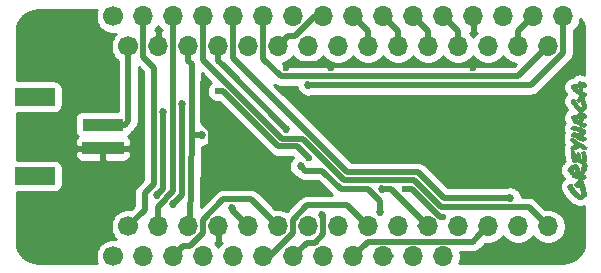
<source format=gbr>
G04 #@! TF.GenerationSoftware,KiCad,Pcbnew,5.1.5-52549c5~84~ubuntu18.04.1*
G04 #@! TF.CreationDate,2020-02-08T18:13:24-07:00*
G04 #@! TF.ProjectId,FeatherWing_KC5,46656174-6865-4725-9769-6e675f4b4335,rev?*
G04 #@! TF.SameCoordinates,Original*
G04 #@! TF.FileFunction,Copper,L1,Top*
G04 #@! TF.FilePolarity,Positive*
%FSLAX46Y46*%
G04 Gerber Fmt 4.6, Leading zero omitted, Abs format (unit mm)*
G04 Created by KiCad (PCBNEW 5.1.5-52549c5~84~ubuntu18.04.1) date 2020-02-08 18:13:24*
%MOMM*%
%LPD*%
G04 APERTURE LIST*
%ADD10C,0.010000*%
%ADD11C,1.700000*%
%ADD12O,1.700000X1.700000*%
%ADD13C,0.100000*%
%ADD14R,3.500000X1.000000*%
%ADD15C,0.600000*%
%ADD16C,0.685800*%
%ADD17C,0.500000*%
%ADD18C,0.254000*%
G04 APERTURE END LIST*
D10*
G36*
X161034171Y-94196746D02*
G01*
X161087287Y-94113408D01*
X161166836Y-94030742D01*
X161265471Y-93954104D01*
X161375845Y-93888850D01*
X161490612Y-93840337D01*
X161602426Y-93813924D01*
X161652153Y-93810666D01*
X161717002Y-93813485D01*
X161763116Y-93827034D01*
X161807341Y-93858956D01*
X161850470Y-93900625D01*
X161901562Y-93959614D01*
X161943882Y-94028312D01*
X161984190Y-94118911D01*
X162010212Y-94188835D01*
X162042771Y-94278348D01*
X162065529Y-94333321D01*
X162082039Y-94359390D01*
X162095855Y-94362187D01*
X162110350Y-94347585D01*
X162169605Y-94250100D01*
X162215804Y-94129956D01*
X162252493Y-93977799D01*
X162254510Y-93967231D01*
X162272442Y-93878766D01*
X162290031Y-93803303D01*
X162304415Y-93752732D01*
X162308761Y-93741875D01*
X162315417Y-93717516D01*
X162296196Y-93706960D01*
X162249516Y-93704833D01*
X162184390Y-93693830D01*
X162093793Y-93663051D01*
X161996587Y-93620166D01*
X161901018Y-93575255D01*
X161835175Y-93548562D01*
X161791552Y-93538162D01*
X161762642Y-93542128D01*
X161744024Y-93555361D01*
X161712740Y-93569332D01*
X161654953Y-93583161D01*
X161614884Y-93589560D01*
X161549095Y-93596156D01*
X161510853Y-93591417D01*
X161486095Y-93571789D01*
X161473430Y-93553824D01*
X161450591Y-93503512D01*
X161423578Y-93420452D01*
X161394618Y-93313741D01*
X161365937Y-93192478D01*
X161339761Y-93065762D01*
X161318317Y-92942691D01*
X161310317Y-92887269D01*
X161298761Y-92795801D01*
X161294001Y-92736302D01*
X161296847Y-92698836D01*
X161308106Y-92673463D01*
X161328587Y-92650248D01*
X161329688Y-92649144D01*
X161361920Y-92610472D01*
X161374666Y-92583000D01*
X161393024Y-92567998D01*
X161436630Y-92561833D01*
X161503512Y-92581846D01*
X161556725Y-92641549D01*
X161595897Y-92740444D01*
X161607510Y-92790661D01*
X161626903Y-92878820D01*
X161649704Y-92967946D01*
X161660899Y-93006333D01*
X161681911Y-93078092D01*
X161698728Y-93143148D01*
X161702391Y-93159791D01*
X161722682Y-93204665D01*
X161748406Y-93218000D01*
X161765699Y-93212811D01*
X161774150Y-93191562D01*
X161774870Y-93145727D01*
X161768967Y-93066780D01*
X161768609Y-93062805D01*
X161754545Y-92907610D01*
X161827768Y-92829972D01*
X161876350Y-92784939D01*
X161918340Y-92756923D01*
X161933733Y-92752333D01*
X161960975Y-92769469D01*
X161998352Y-92813936D01*
X162030206Y-92863458D01*
X162064069Y-92928130D01*
X162083404Y-92985410D01*
X162092122Y-93052158D01*
X162094134Y-93138936D01*
X162094944Y-93221916D01*
X162099589Y-93273616D01*
X162111766Y-93305089D01*
X162135172Y-93327387D01*
X162163125Y-93345232D01*
X162211623Y-93372488D01*
X162244285Y-93386681D01*
X162247791Y-93387254D01*
X162258667Y-93367802D01*
X162263140Y-93314807D01*
X162261530Y-93236520D01*
X162254160Y-93141194D01*
X162241351Y-93037081D01*
X162231816Y-92977404D01*
X162199966Y-92794762D01*
X162277467Y-92721662D01*
X162331382Y-92677204D01*
X162373809Y-92664599D01*
X162416849Y-92684765D01*
X162470452Y-92736316D01*
X162506056Y-92796437D01*
X162537902Y-92894488D01*
X162564958Y-93026156D01*
X162586191Y-93187125D01*
X162591380Y-93241731D01*
X162594301Y-93398669D01*
X162572630Y-93521685D01*
X162526220Y-93611420D01*
X162500554Y-93638262D01*
X162465343Y-93670519D01*
X162461024Y-93681853D01*
X162486001Y-93678481D01*
X162490465Y-93677480D01*
X162547369Y-93685823D01*
X162591007Y-93716582D01*
X162631746Y-93783122D01*
X162643677Y-93880235D01*
X162626807Y-94007482D01*
X162582715Y-94159916D01*
X162512347Y-94342028D01*
X162439692Y-94490594D01*
X162369500Y-94597380D01*
X162369500Y-93704833D01*
X162386922Y-93697089D01*
X162383611Y-93690722D01*
X162358491Y-93688189D01*
X162355388Y-93690722D01*
X162358294Y-93703306D01*
X162369500Y-93704833D01*
X162369500Y-94597380D01*
X162366799Y-94601490D01*
X162358207Y-94611982D01*
X162324202Y-94654040D01*
X162316388Y-94673124D01*
X162333277Y-94678297D01*
X162347294Y-94678500D01*
X162394218Y-94687938D01*
X162455949Y-94711469D01*
X162474388Y-94720351D01*
X162542085Y-94772410D01*
X162574704Y-94837413D01*
X162569500Y-94907645D01*
X162552897Y-94940742D01*
X162503817Y-94983259D01*
X162426883Y-95015047D01*
X162336029Y-95032144D01*
X162245192Y-95030586D01*
X162239797Y-95029773D01*
X162152220Y-95015769D01*
X162218131Y-95090837D01*
X162258379Y-95139305D01*
X162291070Y-95187079D01*
X162319556Y-95241956D01*
X162347186Y-95311735D01*
X162377312Y-95404215D01*
X162413286Y-95527195D01*
X162427954Y-95579157D01*
X162492202Y-95825142D01*
X162537202Y-96036604D01*
X162562871Y-96212885D01*
X162569131Y-96353329D01*
X162555900Y-96457277D01*
X162540194Y-96498833D01*
X162461152Y-96606041D01*
X162352152Y-96686896D01*
X162218462Y-96738526D01*
X162065350Y-96758056D01*
X162064945Y-96758062D01*
X161959740Y-96740814D01*
X161841820Y-96688664D01*
X161715604Y-96605426D01*
X161585507Y-96494910D01*
X161455948Y-96360929D01*
X161331344Y-96207293D01*
X161216111Y-96037814D01*
X161200351Y-96012000D01*
X161149410Y-95928717D01*
X161102304Y-95854118D01*
X161066014Y-95799152D01*
X161053460Y-95781604D01*
X161028284Y-95734707D01*
X161015892Y-95684477D01*
X161018092Y-95645194D01*
X161034414Y-95631000D01*
X161055205Y-95614029D01*
X161086069Y-95570868D01*
X161103441Y-95541362D01*
X161140812Y-95483478D01*
X161179938Y-95453163D01*
X161236741Y-95438095D01*
X161236911Y-95438067D01*
X161295889Y-95431344D01*
X161337671Y-95431663D01*
X161343453Y-95433052D01*
X161362504Y-95454880D01*
X161393857Y-95505628D01*
X161431867Y-95575877D01*
X161446592Y-95605138D01*
X161498708Y-95704512D01*
X161559380Y-95810999D01*
X161615901Y-95902335D01*
X161618431Y-95906166D01*
X161684181Y-95993662D01*
X161772299Y-96095006D01*
X161871964Y-96199068D01*
X161972353Y-96294720D01*
X162062647Y-96370832D01*
X162089129Y-96390285D01*
X162134459Y-96419131D01*
X162157992Y-96423331D01*
X162170863Y-96404838D01*
X162170941Y-96404637D01*
X162177648Y-96355100D01*
X162175023Y-96272926D01*
X162163950Y-96166562D01*
X162145311Y-96044454D01*
X162126083Y-95946191D01*
X162126083Y-95017166D01*
X162136666Y-95006583D01*
X162126083Y-94996000D01*
X162115500Y-95006583D01*
X162126083Y-95017166D01*
X162126083Y-95946191D01*
X162119989Y-95915048D01*
X162119575Y-95913150D01*
X162095009Y-95803292D01*
X162075388Y-95729576D01*
X162056818Y-95686742D01*
X162035409Y-95669529D01*
X162007267Y-95672680D01*
X161968499Y-95690934D01*
X161958904Y-95696054D01*
X161902850Y-95720575D01*
X161859283Y-95730076D01*
X161849866Y-95728776D01*
X161820298Y-95732495D01*
X161813973Y-95741830D01*
X161793083Y-95757872D01*
X161756969Y-95741510D01*
X161711857Y-95696839D01*
X161680176Y-95653837D01*
X161623869Y-95568752D01*
X161705643Y-95407939D01*
X161761733Y-95309864D01*
X161830947Y-95205852D01*
X161898532Y-95118039D01*
X161900049Y-95116271D01*
X161954793Y-95050565D01*
X161983357Y-95009617D01*
X161988863Y-94987634D01*
X161974433Y-94978822D01*
X161974132Y-94978769D01*
X161917020Y-94967785D01*
X161837674Y-94951059D01*
X161745690Y-94930794D01*
X161707598Y-94922135D01*
X161707598Y-94506879D01*
X161728909Y-94503455D01*
X161727967Y-94467496D01*
X161706810Y-94396668D01*
X161680017Y-94322269D01*
X161644836Y-94238405D01*
X161612790Y-94193547D01*
X161578285Y-94185278D01*
X161535726Y-94211178D01*
X161501265Y-94245010D01*
X161475426Y-94277043D01*
X161469409Y-94304841D01*
X161486996Y-94336091D01*
X161531972Y-94378479D01*
X161590081Y-94425468D01*
X161662001Y-94480105D01*
X161707598Y-94506879D01*
X161707598Y-94922135D01*
X161650660Y-94909191D01*
X161562179Y-94888451D01*
X161489840Y-94870775D01*
X161443238Y-94858365D01*
X161431397Y-94854233D01*
X161420848Y-94827327D01*
X161421851Y-94782043D01*
X161423484Y-94747624D01*
X161413587Y-94716452D01*
X161386772Y-94682156D01*
X161337649Y-94638366D01*
X161260831Y-94578710D01*
X161230857Y-94556227D01*
X161127629Y-94468409D01*
X161055918Y-94383953D01*
X161019111Y-94307266D01*
X161014833Y-94275397D01*
X161034171Y-94196746D01*
G37*
X161034171Y-94196746D02*
X161087287Y-94113408D01*
X161166836Y-94030742D01*
X161265471Y-93954104D01*
X161375845Y-93888850D01*
X161490612Y-93840337D01*
X161602426Y-93813924D01*
X161652153Y-93810666D01*
X161717002Y-93813485D01*
X161763116Y-93827034D01*
X161807341Y-93858956D01*
X161850470Y-93900625D01*
X161901562Y-93959614D01*
X161943882Y-94028312D01*
X161984190Y-94118911D01*
X162010212Y-94188835D01*
X162042771Y-94278348D01*
X162065529Y-94333321D01*
X162082039Y-94359390D01*
X162095855Y-94362187D01*
X162110350Y-94347585D01*
X162169605Y-94250100D01*
X162215804Y-94129956D01*
X162252493Y-93977799D01*
X162254510Y-93967231D01*
X162272442Y-93878766D01*
X162290031Y-93803303D01*
X162304415Y-93752732D01*
X162308761Y-93741875D01*
X162315417Y-93717516D01*
X162296196Y-93706960D01*
X162249516Y-93704833D01*
X162184390Y-93693830D01*
X162093793Y-93663051D01*
X161996587Y-93620166D01*
X161901018Y-93575255D01*
X161835175Y-93548562D01*
X161791552Y-93538162D01*
X161762642Y-93542128D01*
X161744024Y-93555361D01*
X161712740Y-93569332D01*
X161654953Y-93583161D01*
X161614884Y-93589560D01*
X161549095Y-93596156D01*
X161510853Y-93591417D01*
X161486095Y-93571789D01*
X161473430Y-93553824D01*
X161450591Y-93503512D01*
X161423578Y-93420452D01*
X161394618Y-93313741D01*
X161365937Y-93192478D01*
X161339761Y-93065762D01*
X161318317Y-92942691D01*
X161310317Y-92887269D01*
X161298761Y-92795801D01*
X161294001Y-92736302D01*
X161296847Y-92698836D01*
X161308106Y-92673463D01*
X161328587Y-92650248D01*
X161329688Y-92649144D01*
X161361920Y-92610472D01*
X161374666Y-92583000D01*
X161393024Y-92567998D01*
X161436630Y-92561833D01*
X161503512Y-92581846D01*
X161556725Y-92641549D01*
X161595897Y-92740444D01*
X161607510Y-92790661D01*
X161626903Y-92878820D01*
X161649704Y-92967946D01*
X161660899Y-93006333D01*
X161681911Y-93078092D01*
X161698728Y-93143148D01*
X161702391Y-93159791D01*
X161722682Y-93204665D01*
X161748406Y-93218000D01*
X161765699Y-93212811D01*
X161774150Y-93191562D01*
X161774870Y-93145727D01*
X161768967Y-93066780D01*
X161768609Y-93062805D01*
X161754545Y-92907610D01*
X161827768Y-92829972D01*
X161876350Y-92784939D01*
X161918340Y-92756923D01*
X161933733Y-92752333D01*
X161960975Y-92769469D01*
X161998352Y-92813936D01*
X162030206Y-92863458D01*
X162064069Y-92928130D01*
X162083404Y-92985410D01*
X162092122Y-93052158D01*
X162094134Y-93138936D01*
X162094944Y-93221916D01*
X162099589Y-93273616D01*
X162111766Y-93305089D01*
X162135172Y-93327387D01*
X162163125Y-93345232D01*
X162211623Y-93372488D01*
X162244285Y-93386681D01*
X162247791Y-93387254D01*
X162258667Y-93367802D01*
X162263140Y-93314807D01*
X162261530Y-93236520D01*
X162254160Y-93141194D01*
X162241351Y-93037081D01*
X162231816Y-92977404D01*
X162199966Y-92794762D01*
X162277467Y-92721662D01*
X162331382Y-92677204D01*
X162373809Y-92664599D01*
X162416849Y-92684765D01*
X162470452Y-92736316D01*
X162506056Y-92796437D01*
X162537902Y-92894488D01*
X162564958Y-93026156D01*
X162586191Y-93187125D01*
X162591380Y-93241731D01*
X162594301Y-93398669D01*
X162572630Y-93521685D01*
X162526220Y-93611420D01*
X162500554Y-93638262D01*
X162465343Y-93670519D01*
X162461024Y-93681853D01*
X162486001Y-93678481D01*
X162490465Y-93677480D01*
X162547369Y-93685823D01*
X162591007Y-93716582D01*
X162631746Y-93783122D01*
X162643677Y-93880235D01*
X162626807Y-94007482D01*
X162582715Y-94159916D01*
X162512347Y-94342028D01*
X162439692Y-94490594D01*
X162369500Y-94597380D01*
X162369500Y-93704833D01*
X162386922Y-93697089D01*
X162383611Y-93690722D01*
X162358491Y-93688189D01*
X162355388Y-93690722D01*
X162358294Y-93703306D01*
X162369500Y-93704833D01*
X162369500Y-94597380D01*
X162366799Y-94601490D01*
X162358207Y-94611982D01*
X162324202Y-94654040D01*
X162316388Y-94673124D01*
X162333277Y-94678297D01*
X162347294Y-94678500D01*
X162394218Y-94687938D01*
X162455949Y-94711469D01*
X162474388Y-94720351D01*
X162542085Y-94772410D01*
X162574704Y-94837413D01*
X162569500Y-94907645D01*
X162552897Y-94940742D01*
X162503817Y-94983259D01*
X162426883Y-95015047D01*
X162336029Y-95032144D01*
X162245192Y-95030586D01*
X162239797Y-95029773D01*
X162152220Y-95015769D01*
X162218131Y-95090837D01*
X162258379Y-95139305D01*
X162291070Y-95187079D01*
X162319556Y-95241956D01*
X162347186Y-95311735D01*
X162377312Y-95404215D01*
X162413286Y-95527195D01*
X162427954Y-95579157D01*
X162492202Y-95825142D01*
X162537202Y-96036604D01*
X162562871Y-96212885D01*
X162569131Y-96353329D01*
X162555900Y-96457277D01*
X162540194Y-96498833D01*
X162461152Y-96606041D01*
X162352152Y-96686896D01*
X162218462Y-96738526D01*
X162065350Y-96758056D01*
X162064945Y-96758062D01*
X161959740Y-96740814D01*
X161841820Y-96688664D01*
X161715604Y-96605426D01*
X161585507Y-96494910D01*
X161455948Y-96360929D01*
X161331344Y-96207293D01*
X161216111Y-96037814D01*
X161200351Y-96012000D01*
X161149410Y-95928717D01*
X161102304Y-95854118D01*
X161066014Y-95799152D01*
X161053460Y-95781604D01*
X161028284Y-95734707D01*
X161015892Y-95684477D01*
X161018092Y-95645194D01*
X161034414Y-95631000D01*
X161055205Y-95614029D01*
X161086069Y-95570868D01*
X161103441Y-95541362D01*
X161140812Y-95483478D01*
X161179938Y-95453163D01*
X161236741Y-95438095D01*
X161236911Y-95438067D01*
X161295889Y-95431344D01*
X161337671Y-95431663D01*
X161343453Y-95433052D01*
X161362504Y-95454880D01*
X161393857Y-95505628D01*
X161431867Y-95575877D01*
X161446592Y-95605138D01*
X161498708Y-95704512D01*
X161559380Y-95810999D01*
X161615901Y-95902335D01*
X161618431Y-95906166D01*
X161684181Y-95993662D01*
X161772299Y-96095006D01*
X161871964Y-96199068D01*
X161972353Y-96294720D01*
X162062647Y-96370832D01*
X162089129Y-96390285D01*
X162134459Y-96419131D01*
X162157992Y-96423331D01*
X162170863Y-96404838D01*
X162170941Y-96404637D01*
X162177648Y-96355100D01*
X162175023Y-96272926D01*
X162163950Y-96166562D01*
X162145311Y-96044454D01*
X162126083Y-95946191D01*
X162126083Y-95017166D01*
X162136666Y-95006583D01*
X162126083Y-94996000D01*
X162115500Y-95006583D01*
X162126083Y-95017166D01*
X162126083Y-95946191D01*
X162119989Y-95915048D01*
X162119575Y-95913150D01*
X162095009Y-95803292D01*
X162075388Y-95729576D01*
X162056818Y-95686742D01*
X162035409Y-95669529D01*
X162007267Y-95672680D01*
X161968499Y-95690934D01*
X161958904Y-95696054D01*
X161902850Y-95720575D01*
X161859283Y-95730076D01*
X161849866Y-95728776D01*
X161820298Y-95732495D01*
X161813973Y-95741830D01*
X161793083Y-95757872D01*
X161756969Y-95741510D01*
X161711857Y-95696839D01*
X161680176Y-95653837D01*
X161623869Y-95568752D01*
X161705643Y-95407939D01*
X161761733Y-95309864D01*
X161830947Y-95205852D01*
X161898532Y-95118039D01*
X161900049Y-95116271D01*
X161954793Y-95050565D01*
X161983357Y-95009617D01*
X161988863Y-94987634D01*
X161974433Y-94978822D01*
X161974132Y-94978769D01*
X161917020Y-94967785D01*
X161837674Y-94951059D01*
X161745690Y-94930794D01*
X161707598Y-94922135D01*
X161707598Y-94506879D01*
X161728909Y-94503455D01*
X161727967Y-94467496D01*
X161706810Y-94396668D01*
X161680017Y-94322269D01*
X161644836Y-94238405D01*
X161612790Y-94193547D01*
X161578285Y-94185278D01*
X161535726Y-94211178D01*
X161501265Y-94245010D01*
X161475426Y-94277043D01*
X161469409Y-94304841D01*
X161486996Y-94336091D01*
X161531972Y-94378479D01*
X161590081Y-94425468D01*
X161662001Y-94480105D01*
X161707598Y-94506879D01*
X161707598Y-94922135D01*
X161650660Y-94909191D01*
X161562179Y-94888451D01*
X161489840Y-94870775D01*
X161443238Y-94858365D01*
X161431397Y-94854233D01*
X161420848Y-94827327D01*
X161421851Y-94782043D01*
X161423484Y-94747624D01*
X161413587Y-94716452D01*
X161386772Y-94682156D01*
X161337649Y-94638366D01*
X161260831Y-94578710D01*
X161230857Y-94556227D01*
X161127629Y-94468409D01*
X161055918Y-94383953D01*
X161019111Y-94307266D01*
X161014833Y-94275397D01*
X161034171Y-94196746D01*
G36*
X161282410Y-91675527D02*
G01*
X161316936Y-91624711D01*
X161340450Y-91597014D01*
X161385687Y-91553881D01*
X161427156Y-91533622D01*
X161471764Y-91538106D01*
X161526420Y-91569201D01*
X161598030Y-91628776D01*
X161655406Y-91682196D01*
X161762928Y-91772548D01*
X161908353Y-91875570D01*
X162089630Y-91989939D01*
X162304708Y-92114333D01*
X162443583Y-92190259D01*
X162548768Y-92251668D01*
X162615613Y-92302273D01*
X162643174Y-92341328D01*
X162643838Y-92348920D01*
X162635599Y-92374649D01*
X162616720Y-92421072D01*
X162615119Y-92424763D01*
X162570739Y-92483978D01*
X162505077Y-92526710D01*
X162444735Y-92540666D01*
X162414891Y-92531433D01*
X162356902Y-92506499D01*
X162280014Y-92470017D01*
X162218190Y-92438953D01*
X162020250Y-92337240D01*
X161950684Y-92384448D01*
X161892295Y-92415931D01*
X161813577Y-92443120D01*
X161708056Y-92467701D01*
X161569259Y-92491361D01*
X161503817Y-92500827D01*
X161421923Y-92511109D01*
X161370394Y-92513154D01*
X161337870Y-92505883D01*
X161312993Y-92488214D01*
X161306673Y-92482081D01*
X161283730Y-92456286D01*
X161277713Y-92432020D01*
X161289276Y-92395402D01*
X161313165Y-92344717D01*
X161345806Y-92285770D01*
X161382296Y-92245171D01*
X161432843Y-92216603D01*
X161507651Y-92193752D01*
X161584429Y-92176848D01*
X161720108Y-92149083D01*
X161613510Y-92074541D01*
X161490151Y-91981847D01*
X161390379Y-91893690D01*
X161318034Y-91814112D01*
X161276954Y-91747155D01*
X161268833Y-91711635D01*
X161282410Y-91675527D01*
G37*
X161282410Y-91675527D02*
X161316936Y-91624711D01*
X161340450Y-91597014D01*
X161385687Y-91553881D01*
X161427156Y-91533622D01*
X161471764Y-91538106D01*
X161526420Y-91569201D01*
X161598030Y-91628776D01*
X161655406Y-91682196D01*
X161762928Y-91772548D01*
X161908353Y-91875570D01*
X162089630Y-91989939D01*
X162304708Y-92114333D01*
X162443583Y-92190259D01*
X162548768Y-92251668D01*
X162615613Y-92302273D01*
X162643174Y-92341328D01*
X162643838Y-92348920D01*
X162635599Y-92374649D01*
X162616720Y-92421072D01*
X162615119Y-92424763D01*
X162570739Y-92483978D01*
X162505077Y-92526710D01*
X162444735Y-92540666D01*
X162414891Y-92531433D01*
X162356902Y-92506499D01*
X162280014Y-92470017D01*
X162218190Y-92438953D01*
X162020250Y-92337240D01*
X161950684Y-92384448D01*
X161892295Y-92415931D01*
X161813577Y-92443120D01*
X161708056Y-92467701D01*
X161569259Y-92491361D01*
X161503817Y-92500827D01*
X161421923Y-92511109D01*
X161370394Y-92513154D01*
X161337870Y-92505883D01*
X161312993Y-92488214D01*
X161306673Y-92482081D01*
X161283730Y-92456286D01*
X161277713Y-92432020D01*
X161289276Y-92395402D01*
X161313165Y-92344717D01*
X161345806Y-92285770D01*
X161382296Y-92245171D01*
X161432843Y-92216603D01*
X161507651Y-92193752D01*
X161584429Y-92176848D01*
X161720108Y-92149083D01*
X161613510Y-92074541D01*
X161490151Y-91981847D01*
X161390379Y-91893690D01*
X161318034Y-91814112D01*
X161276954Y-91747155D01*
X161268833Y-91711635D01*
X161282410Y-91675527D01*
G36*
X161302137Y-88406840D02*
G01*
X161332348Y-88352653D01*
X161371333Y-88298736D01*
X161409791Y-88258077D01*
X161436634Y-88243544D01*
X161484498Y-88237888D01*
X161515106Y-88231129D01*
X161537528Y-88230119D01*
X161560044Y-88243890D01*
X161587437Y-88278350D01*
X161624489Y-88339409D01*
X161670992Y-88423736D01*
X161807433Y-88646540D01*
X161955529Y-88830904D01*
X162111690Y-88975088D01*
X162231916Y-89069635D01*
X162242500Y-88947776D01*
X162246182Y-88880260D01*
X162244761Y-88831645D01*
X162240328Y-88815333D01*
X162230429Y-88789894D01*
X162219262Y-88736661D01*
X162213531Y-88698916D01*
X162198980Y-88613658D01*
X162179483Y-88527837D01*
X162172774Y-88503730D01*
X162146059Y-88414376D01*
X162086026Y-88445521D01*
X162035356Y-88467580D01*
X161998427Y-88476666D01*
X161967498Y-88492230D01*
X161962793Y-88500868D01*
X161942505Y-88514509D01*
X161907747Y-88499181D01*
X161867456Y-88461190D01*
X161831168Y-88407966D01*
X161792599Y-88336347D01*
X161879735Y-88177580D01*
X161926837Y-88097269D01*
X161973997Y-88025966D01*
X162012647Y-87976418D01*
X162020019Y-87968883D01*
X162055982Y-87928953D01*
X162072720Y-87898245D01*
X162072879Y-87896185D01*
X162054557Y-87878646D01*
X162009666Y-87852158D01*
X162009666Y-87480405D01*
X162009666Y-87398184D01*
X162006682Y-87336372D01*
X161999332Y-87289860D01*
X161997627Y-87284589D01*
X161975234Y-87267332D01*
X161925577Y-87268770D01*
X161844467Y-87289318D01*
X161798138Y-87304384D01*
X161787867Y-87321198D01*
X161814515Y-87352761D01*
X161878839Y-87399788D01*
X161940875Y-87438782D01*
X162009666Y-87480405D01*
X162009666Y-87852158D01*
X162005416Y-87849650D01*
X161933798Y-87813808D01*
X161878518Y-87788750D01*
X161737133Y-87724372D01*
X161632497Y-87670040D01*
X161560922Y-87623258D01*
X161518724Y-87581531D01*
X161502217Y-87542362D01*
X161501666Y-87533588D01*
X161483054Y-87475518D01*
X161431193Y-87408861D01*
X161352048Y-87340977D01*
X161336950Y-87330285D01*
X161308861Y-87307541D01*
X161298824Y-87282010D01*
X161304575Y-87239418D01*
X161315656Y-87196013D01*
X161344617Y-87119131D01*
X161388178Y-87070330D01*
X161456507Y-87041404D01*
X161522833Y-87028826D01*
X161593455Y-87017150D01*
X161684831Y-86999849D01*
X161771541Y-86981869D01*
X161853321Y-86961948D01*
X161900864Y-86943992D01*
X161921891Y-86924358D01*
X161925000Y-86909418D01*
X161935752Y-86863830D01*
X161962261Y-86808506D01*
X161995902Y-86757502D01*
X162028052Y-86724872D01*
X162041314Y-86719833D01*
X162070780Y-86734648D01*
X162113459Y-86772087D01*
X162133579Y-86793634D01*
X162177436Y-86838901D01*
X162214759Y-86857939D01*
X162264560Y-86858278D01*
X162289230Y-86855269D01*
X162387551Y-86862283D01*
X162476801Y-86907852D01*
X162550679Y-86988290D01*
X162569120Y-87019070D01*
X162594285Y-87073643D01*
X162597327Y-87115463D01*
X162581970Y-87162394D01*
X162555687Y-87206507D01*
X162529446Y-87220420D01*
X162527213Y-87219781D01*
X162494471Y-87226056D01*
X162463458Y-87250427D01*
X162424570Y-87284926D01*
X162396306Y-87282171D01*
X162368623Y-87240395D01*
X162365078Y-87233125D01*
X162334326Y-87189269D01*
X162304344Y-87174482D01*
X162284895Y-87189402D01*
X162284286Y-87227833D01*
X162289915Y-87278129D01*
X162293796Y-87351690D01*
X162294869Y-87407000D01*
X162292964Y-87480371D01*
X162284140Y-87523228D01*
X162264933Y-87547246D01*
X162250805Y-87555616D01*
X162224022Y-87577954D01*
X162232674Y-87602189D01*
X162278758Y-87630083D01*
X162364269Y-87663400D01*
X162378250Y-87668175D01*
X162450942Y-87696772D01*
X162512271Y-87727914D01*
X162538825Y-87746409D01*
X162572748Y-87799816D01*
X162579367Y-87863409D01*
X162562249Y-87924640D01*
X162524961Y-87970960D01*
X162471070Y-87989822D01*
X162469624Y-87989833D01*
X162432017Y-88001465D01*
X162422381Y-88011057D01*
X162394160Y-88020753D01*
X162370320Y-88011439D01*
X162346948Y-88000706D01*
X162342615Y-88008947D01*
X162357210Y-88043948D01*
X162369482Y-88069590D01*
X162391851Y-88125942D01*
X162420915Y-88213395D01*
X162453767Y-88321820D01*
X162487502Y-88441085D01*
X162519216Y-88561063D01*
X162546002Y-88671623D01*
X162558042Y-88726990D01*
X162581077Y-88897748D01*
X162573692Y-89039447D01*
X162535355Y-89153007D01*
X162465533Y-89239349D01*
X162363695Y-89299395D01*
X162229307Y-89334065D01*
X162205321Y-89337252D01*
X162099770Y-89349753D01*
X162143680Y-89415918D01*
X162176234Y-89457612D01*
X162210978Y-89474897D01*
X162266040Y-89475610D01*
X162279429Y-89474590D01*
X162353629Y-89475963D01*
X162421943Y-89488791D01*
X162434433Y-89493260D01*
X162506251Y-89540564D01*
X162559215Y-89608897D01*
X162587531Y-89686450D01*
X162585402Y-89761415D01*
X162576964Y-89783708D01*
X162546023Y-89820285D01*
X162517712Y-89831333D01*
X162477112Y-89846088D01*
X162444035Y-89873167D01*
X162404601Y-89902320D01*
X162378138Y-89892877D01*
X162369500Y-89851995D01*
X162355868Y-89817321D01*
X162325166Y-89787664D01*
X162292682Y-89775218D01*
X162279501Y-89780221D01*
X162276793Y-89805897D01*
X162283818Y-89855748D01*
X162286796Y-89869435D01*
X162305062Y-89985944D01*
X162302135Y-90081038D01*
X162278574Y-90148206D01*
X162261126Y-90167800D01*
X162216253Y-90204136D01*
X162269745Y-90239185D01*
X162324130Y-90266316D01*
X162395572Y-90291852D01*
X162419508Y-90298475D01*
X162506719Y-90335821D01*
X162560806Y-90393455D01*
X162578267Y-90467287D01*
X162577163Y-90482746D01*
X162553763Y-90535053D01*
X162505091Y-90583156D01*
X162445578Y-90616658D01*
X162389657Y-90625166D01*
X162381808Y-90623455D01*
X162362795Y-90616959D01*
X162332721Y-90604885D01*
X162287653Y-90585463D01*
X162223662Y-90556921D01*
X162136816Y-90517490D01*
X162023185Y-90465399D01*
X162009666Y-90459169D01*
X162009666Y-90088042D01*
X162009666Y-89992687D01*
X162005570Y-89932610D01*
X161995237Y-89892283D01*
X161989585Y-89884921D01*
X161958611Y-89882360D01*
X161903116Y-89890072D01*
X161872349Y-89896974D01*
X161815135Y-89913060D01*
X161792419Y-89926915D01*
X161797253Y-89944932D01*
X161807261Y-89956872D01*
X161845369Y-89989043D01*
X161902539Y-90027296D01*
X161924497Y-90040174D01*
X162009666Y-90088042D01*
X162009666Y-90459169D01*
X161878838Y-90398877D01*
X161710106Y-90320900D01*
X161612749Y-90272446D01*
X161549692Y-90231330D01*
X161514842Y-90192218D01*
X161502108Y-90149775D01*
X161501666Y-90138379D01*
X161482337Y-90087950D01*
X161424184Y-90021862D01*
X161395885Y-89996081D01*
X161290104Y-89903547D01*
X161327094Y-89788065D01*
X161349545Y-89722688D01*
X161371346Y-89686336D01*
X161404567Y-89667659D01*
X161461280Y-89655304D01*
X161469916Y-89653765D01*
X161617833Y-89627001D01*
X161729201Y-89605352D01*
X161809264Y-89587198D01*
X161863268Y-89570917D01*
X161896456Y-89554889D01*
X161914074Y-89537492D01*
X161921366Y-89517106D01*
X161921837Y-89514093D01*
X161939679Y-89458545D01*
X161969462Y-89405010D01*
X161999840Y-89356102D01*
X162003459Y-89321423D01*
X161976530Y-89290002D01*
X161916471Y-89251573D01*
X161860657Y-89211419D01*
X161789089Y-89149530D01*
X161713498Y-89076364D01*
X161678346Y-89039346D01*
X161616861Y-88967154D01*
X161549275Y-88879109D01*
X161480545Y-88782755D01*
X161415627Y-88685634D01*
X161359478Y-88595293D01*
X161317056Y-88519273D01*
X161293316Y-88465120D01*
X161290000Y-88448309D01*
X161302137Y-88406840D01*
G37*
X161302137Y-88406840D02*
X161332348Y-88352653D01*
X161371333Y-88298736D01*
X161409791Y-88258077D01*
X161436634Y-88243544D01*
X161484498Y-88237888D01*
X161515106Y-88231129D01*
X161537528Y-88230119D01*
X161560044Y-88243890D01*
X161587437Y-88278350D01*
X161624489Y-88339409D01*
X161670992Y-88423736D01*
X161807433Y-88646540D01*
X161955529Y-88830904D01*
X162111690Y-88975088D01*
X162231916Y-89069635D01*
X162242500Y-88947776D01*
X162246182Y-88880260D01*
X162244761Y-88831645D01*
X162240328Y-88815333D01*
X162230429Y-88789894D01*
X162219262Y-88736661D01*
X162213531Y-88698916D01*
X162198980Y-88613658D01*
X162179483Y-88527837D01*
X162172774Y-88503730D01*
X162146059Y-88414376D01*
X162086026Y-88445521D01*
X162035356Y-88467580D01*
X161998427Y-88476666D01*
X161967498Y-88492230D01*
X161962793Y-88500868D01*
X161942505Y-88514509D01*
X161907747Y-88499181D01*
X161867456Y-88461190D01*
X161831168Y-88407966D01*
X161792599Y-88336347D01*
X161879735Y-88177580D01*
X161926837Y-88097269D01*
X161973997Y-88025966D01*
X162012647Y-87976418D01*
X162020019Y-87968883D01*
X162055982Y-87928953D01*
X162072720Y-87898245D01*
X162072879Y-87896185D01*
X162054557Y-87878646D01*
X162009666Y-87852158D01*
X162009666Y-87480405D01*
X162009666Y-87398184D01*
X162006682Y-87336372D01*
X161999332Y-87289860D01*
X161997627Y-87284589D01*
X161975234Y-87267332D01*
X161925577Y-87268770D01*
X161844467Y-87289318D01*
X161798138Y-87304384D01*
X161787867Y-87321198D01*
X161814515Y-87352761D01*
X161878839Y-87399788D01*
X161940875Y-87438782D01*
X162009666Y-87480405D01*
X162009666Y-87852158D01*
X162005416Y-87849650D01*
X161933798Y-87813808D01*
X161878518Y-87788750D01*
X161737133Y-87724372D01*
X161632497Y-87670040D01*
X161560922Y-87623258D01*
X161518724Y-87581531D01*
X161502217Y-87542362D01*
X161501666Y-87533588D01*
X161483054Y-87475518D01*
X161431193Y-87408861D01*
X161352048Y-87340977D01*
X161336950Y-87330285D01*
X161308861Y-87307541D01*
X161298824Y-87282010D01*
X161304575Y-87239418D01*
X161315656Y-87196013D01*
X161344617Y-87119131D01*
X161388178Y-87070330D01*
X161456507Y-87041404D01*
X161522833Y-87028826D01*
X161593455Y-87017150D01*
X161684831Y-86999849D01*
X161771541Y-86981869D01*
X161853321Y-86961948D01*
X161900864Y-86943992D01*
X161921891Y-86924358D01*
X161925000Y-86909418D01*
X161935752Y-86863830D01*
X161962261Y-86808506D01*
X161995902Y-86757502D01*
X162028052Y-86724872D01*
X162041314Y-86719833D01*
X162070780Y-86734648D01*
X162113459Y-86772087D01*
X162133579Y-86793634D01*
X162177436Y-86838901D01*
X162214759Y-86857939D01*
X162264560Y-86858278D01*
X162289230Y-86855269D01*
X162387551Y-86862283D01*
X162476801Y-86907852D01*
X162550679Y-86988290D01*
X162569120Y-87019070D01*
X162594285Y-87073643D01*
X162597327Y-87115463D01*
X162581970Y-87162394D01*
X162555687Y-87206507D01*
X162529446Y-87220420D01*
X162527213Y-87219781D01*
X162494471Y-87226056D01*
X162463458Y-87250427D01*
X162424570Y-87284926D01*
X162396306Y-87282171D01*
X162368623Y-87240395D01*
X162365078Y-87233125D01*
X162334326Y-87189269D01*
X162304344Y-87174482D01*
X162284895Y-87189402D01*
X162284286Y-87227833D01*
X162289915Y-87278129D01*
X162293796Y-87351690D01*
X162294869Y-87407000D01*
X162292964Y-87480371D01*
X162284140Y-87523228D01*
X162264933Y-87547246D01*
X162250805Y-87555616D01*
X162224022Y-87577954D01*
X162232674Y-87602189D01*
X162278758Y-87630083D01*
X162364269Y-87663400D01*
X162378250Y-87668175D01*
X162450942Y-87696772D01*
X162512271Y-87727914D01*
X162538825Y-87746409D01*
X162572748Y-87799816D01*
X162579367Y-87863409D01*
X162562249Y-87924640D01*
X162524961Y-87970960D01*
X162471070Y-87989822D01*
X162469624Y-87989833D01*
X162432017Y-88001465D01*
X162422381Y-88011057D01*
X162394160Y-88020753D01*
X162370320Y-88011439D01*
X162346948Y-88000706D01*
X162342615Y-88008947D01*
X162357210Y-88043948D01*
X162369482Y-88069590D01*
X162391851Y-88125942D01*
X162420915Y-88213395D01*
X162453767Y-88321820D01*
X162487502Y-88441085D01*
X162519216Y-88561063D01*
X162546002Y-88671623D01*
X162558042Y-88726990D01*
X162581077Y-88897748D01*
X162573692Y-89039447D01*
X162535355Y-89153007D01*
X162465533Y-89239349D01*
X162363695Y-89299395D01*
X162229307Y-89334065D01*
X162205321Y-89337252D01*
X162099770Y-89349753D01*
X162143680Y-89415918D01*
X162176234Y-89457612D01*
X162210978Y-89474897D01*
X162266040Y-89475610D01*
X162279429Y-89474590D01*
X162353629Y-89475963D01*
X162421943Y-89488791D01*
X162434433Y-89493260D01*
X162506251Y-89540564D01*
X162559215Y-89608897D01*
X162587531Y-89686450D01*
X162585402Y-89761415D01*
X162576964Y-89783708D01*
X162546023Y-89820285D01*
X162517712Y-89831333D01*
X162477112Y-89846088D01*
X162444035Y-89873167D01*
X162404601Y-89902320D01*
X162378138Y-89892877D01*
X162369500Y-89851995D01*
X162355868Y-89817321D01*
X162325166Y-89787664D01*
X162292682Y-89775218D01*
X162279501Y-89780221D01*
X162276793Y-89805897D01*
X162283818Y-89855748D01*
X162286796Y-89869435D01*
X162305062Y-89985944D01*
X162302135Y-90081038D01*
X162278574Y-90148206D01*
X162261126Y-90167800D01*
X162216253Y-90204136D01*
X162269745Y-90239185D01*
X162324130Y-90266316D01*
X162395572Y-90291852D01*
X162419508Y-90298475D01*
X162506719Y-90335821D01*
X162560806Y-90393455D01*
X162578267Y-90467287D01*
X162577163Y-90482746D01*
X162553763Y-90535053D01*
X162505091Y-90583156D01*
X162445578Y-90616658D01*
X162389657Y-90625166D01*
X162381808Y-90623455D01*
X162362795Y-90616959D01*
X162332721Y-90604885D01*
X162287653Y-90585463D01*
X162223662Y-90556921D01*
X162136816Y-90517490D01*
X162023185Y-90465399D01*
X162009666Y-90459169D01*
X162009666Y-90088042D01*
X162009666Y-89992687D01*
X162005570Y-89932610D01*
X161995237Y-89892283D01*
X161989585Y-89884921D01*
X161958611Y-89882360D01*
X161903116Y-89890072D01*
X161872349Y-89896974D01*
X161815135Y-89913060D01*
X161792419Y-89926915D01*
X161797253Y-89944932D01*
X161807261Y-89956872D01*
X161845369Y-89989043D01*
X161902539Y-90027296D01*
X161924497Y-90040174D01*
X162009666Y-90088042D01*
X162009666Y-90459169D01*
X161878838Y-90398877D01*
X161710106Y-90320900D01*
X161612749Y-90272446D01*
X161549692Y-90231330D01*
X161514842Y-90192218D01*
X161502108Y-90149775D01*
X161501666Y-90138379D01*
X161482337Y-90087950D01*
X161424184Y-90021862D01*
X161395885Y-89996081D01*
X161290104Y-89903547D01*
X161327094Y-89788065D01*
X161349545Y-89722688D01*
X161371346Y-89686336D01*
X161404567Y-89667659D01*
X161461280Y-89655304D01*
X161469916Y-89653765D01*
X161617833Y-89627001D01*
X161729201Y-89605352D01*
X161809264Y-89587198D01*
X161863268Y-89570917D01*
X161896456Y-89554889D01*
X161914074Y-89537492D01*
X161921366Y-89517106D01*
X161921837Y-89514093D01*
X161939679Y-89458545D01*
X161969462Y-89405010D01*
X161999840Y-89356102D01*
X162003459Y-89321423D01*
X161976530Y-89290002D01*
X161916471Y-89251573D01*
X161860657Y-89211419D01*
X161789089Y-89149530D01*
X161713498Y-89076364D01*
X161678346Y-89039346D01*
X161616861Y-88967154D01*
X161549275Y-88879109D01*
X161480545Y-88782755D01*
X161415627Y-88685634D01*
X161359478Y-88595293D01*
X161317056Y-88519273D01*
X161293316Y-88465120D01*
X161290000Y-88448309D01*
X161302137Y-88406840D01*
G36*
X161281866Y-90739172D02*
G01*
X161310494Y-90695763D01*
X161320874Y-90682901D01*
X161355302Y-90637592D01*
X161373706Y-90604815D01*
X161374666Y-90600133D01*
X161391132Y-90577746D01*
X161431405Y-90547872D01*
X161437723Y-90544045D01*
X161488326Y-90520938D01*
X161538418Y-90519232D01*
X161585890Y-90529714D01*
X161638566Y-90547556D01*
X161668446Y-90564771D01*
X161671000Y-90569572D01*
X161690439Y-90579803D01*
X161742437Y-90592833D01*
X161817514Y-90606479D01*
X161856208Y-90612226D01*
X162067668Y-90652865D01*
X162241975Y-90710785D01*
X162378549Y-90785727D01*
X162476814Y-90877430D01*
X162492315Y-90898481D01*
X162531632Y-90972634D01*
X162538173Y-91039422D01*
X162510228Y-91106730D01*
X162446086Y-91182442D01*
X162426593Y-91201344D01*
X162364480Y-91256181D01*
X162307939Y-91299389D01*
X162268849Y-91321922D01*
X162267843Y-91322257D01*
X162231630Y-91339202D01*
X162221496Y-91351468D01*
X162239270Y-91371625D01*
X162283938Y-91400519D01*
X162342979Y-91431446D01*
X162403870Y-91457701D01*
X162443583Y-91470381D01*
X162513303Y-91501454D01*
X162562881Y-91550516D01*
X162581166Y-91605168D01*
X162566095Y-91650519D01*
X162544125Y-91677670D01*
X162481030Y-91721602D01*
X162401802Y-91761625D01*
X162323533Y-91790181D01*
X162267806Y-91799833D01*
X162231108Y-91790762D01*
X162162657Y-91765270D01*
X162068529Y-91725935D01*
X161954800Y-91675340D01*
X161827546Y-91616064D01*
X161769390Y-91588166D01*
X161643482Y-91527659D01*
X161529922Y-91473895D01*
X161434362Y-91429485D01*
X161362456Y-91397040D01*
X161319856Y-91379170D01*
X161311010Y-91376500D01*
X161292272Y-91364696D01*
X161297648Y-91326765D01*
X161327735Y-91258925D01*
X161330273Y-91253948D01*
X161397828Y-91152960D01*
X161477075Y-91092360D01*
X161569713Y-91071399D01*
X161677436Y-91089329D01*
X161692166Y-91094310D01*
X161744473Y-91106381D01*
X161817115Y-91115022D01*
X161899519Y-91120049D01*
X161981112Y-91121281D01*
X162051323Y-91118533D01*
X162099579Y-91111623D01*
X162115500Y-91101633D01*
X162096284Y-91068377D01*
X162044379Y-91029755D01*
X161968401Y-90989681D01*
X161876963Y-90952072D01*
X161778680Y-90920845D01*
X161682166Y-90899915D01*
X161666900Y-90897708D01*
X161594874Y-90884198D01*
X161511435Y-90862674D01*
X161427090Y-90836642D01*
X161352343Y-90809609D01*
X161297699Y-90785083D01*
X161273665Y-90766572D01*
X161273606Y-90766403D01*
X161281866Y-90739172D01*
G37*
X161281866Y-90739172D02*
X161310494Y-90695763D01*
X161320874Y-90682901D01*
X161355302Y-90637592D01*
X161373706Y-90604815D01*
X161374666Y-90600133D01*
X161391132Y-90577746D01*
X161431405Y-90547872D01*
X161437723Y-90544045D01*
X161488326Y-90520938D01*
X161538418Y-90519232D01*
X161585890Y-90529714D01*
X161638566Y-90547556D01*
X161668446Y-90564771D01*
X161671000Y-90569572D01*
X161690439Y-90579803D01*
X161742437Y-90592833D01*
X161817514Y-90606479D01*
X161856208Y-90612226D01*
X162067668Y-90652865D01*
X162241975Y-90710785D01*
X162378549Y-90785727D01*
X162476814Y-90877430D01*
X162492315Y-90898481D01*
X162531632Y-90972634D01*
X162538173Y-91039422D01*
X162510228Y-91106730D01*
X162446086Y-91182442D01*
X162426593Y-91201344D01*
X162364480Y-91256181D01*
X162307939Y-91299389D01*
X162268849Y-91321922D01*
X162267843Y-91322257D01*
X162231630Y-91339202D01*
X162221496Y-91351468D01*
X162239270Y-91371625D01*
X162283938Y-91400519D01*
X162342979Y-91431446D01*
X162403870Y-91457701D01*
X162443583Y-91470381D01*
X162513303Y-91501454D01*
X162562881Y-91550516D01*
X162581166Y-91605168D01*
X162566095Y-91650519D01*
X162544125Y-91677670D01*
X162481030Y-91721602D01*
X162401802Y-91761625D01*
X162323533Y-91790181D01*
X162267806Y-91799833D01*
X162231108Y-91790762D01*
X162162657Y-91765270D01*
X162068529Y-91725935D01*
X161954800Y-91675340D01*
X161827546Y-91616064D01*
X161769390Y-91588166D01*
X161643482Y-91527659D01*
X161529922Y-91473895D01*
X161434362Y-91429485D01*
X161362456Y-91397040D01*
X161319856Y-91379170D01*
X161311010Y-91376500D01*
X161292272Y-91364696D01*
X161297648Y-91326765D01*
X161327735Y-91258925D01*
X161330273Y-91253948D01*
X161397828Y-91152960D01*
X161477075Y-91092360D01*
X161569713Y-91071399D01*
X161677436Y-91089329D01*
X161692166Y-91094310D01*
X161744473Y-91106381D01*
X161817115Y-91115022D01*
X161899519Y-91120049D01*
X161981112Y-91121281D01*
X162051323Y-91118533D01*
X162099579Y-91111623D01*
X162115500Y-91101633D01*
X162096284Y-91068377D01*
X162044379Y-91029755D01*
X161968401Y-90989681D01*
X161876963Y-90952072D01*
X161778680Y-90920845D01*
X161682166Y-90899915D01*
X161666900Y-90897708D01*
X161594874Y-90884198D01*
X161511435Y-90862674D01*
X161427090Y-90836642D01*
X161352343Y-90809609D01*
X161297699Y-90785083D01*
X161273665Y-90766572D01*
X161273606Y-90766403D01*
X161281866Y-90739172D01*
D11*
X122555000Y-81280000D03*
D12*
X125095000Y-81280000D03*
X127635000Y-81280000D03*
X130175000Y-81280000D03*
X132715000Y-81280000D03*
X135255000Y-81280000D03*
X137795000Y-81280000D03*
X140335000Y-81280000D03*
X142875000Y-81280000D03*
X145415000Y-81280000D03*
X147955000Y-81280000D03*
X150495000Y-81280000D03*
X153035000Y-81280000D03*
X155575000Y-81280000D03*
X158115000Y-81280000D03*
X160655000Y-81280000D03*
D11*
X122555000Y-101600000D03*
D12*
X125095000Y-101600000D03*
X127635000Y-101600000D03*
X130175000Y-101600000D03*
X132715000Y-101600000D03*
X135255000Y-101600000D03*
X137795000Y-101600000D03*
X140335000Y-101600000D03*
X142875000Y-101600000D03*
X145415000Y-101600000D03*
X147955000Y-101600000D03*
X150495000Y-101600000D03*
X159385000Y-99060000D03*
X156845000Y-99060000D03*
X154305000Y-99060000D03*
X151765000Y-99060000D03*
X149225000Y-99060000D03*
X146685000Y-99060000D03*
X144145000Y-99060000D03*
X141605000Y-99060000D03*
X139065000Y-99060000D03*
X136525000Y-99060000D03*
X133985000Y-99060000D03*
X131445000Y-99060000D03*
X128905000Y-99060000D03*
X126365000Y-99060000D03*
D11*
X123825000Y-99060000D03*
X123825000Y-83820000D03*
D12*
X126365000Y-83820000D03*
X128905000Y-83820000D03*
X131445000Y-83820000D03*
X133985000Y-83820000D03*
X136525000Y-83820000D03*
X139065000Y-83820000D03*
X141605000Y-83820000D03*
X144145000Y-83820000D03*
X146685000Y-83820000D03*
X149225000Y-83820000D03*
X151765000Y-83820000D03*
X154305000Y-83820000D03*
X156845000Y-83820000D03*
X159385000Y-83820000D03*
G04 #@! TA.AperFunction,SMDPad,CuDef*
D13*
G36*
X123431470Y-91940072D02*
G01*
X123432926Y-91940288D01*
X123434354Y-91940646D01*
X123435740Y-91941142D01*
X123437071Y-91941771D01*
X123438334Y-91942528D01*
X123439516Y-91943405D01*
X123440607Y-91944393D01*
X123441595Y-91945484D01*
X123442472Y-91946666D01*
X123443229Y-91947929D01*
X123443858Y-91949260D01*
X123444354Y-91950646D01*
X123444712Y-91952074D01*
X123444928Y-91953530D01*
X123445000Y-91955000D01*
X123445000Y-92925000D01*
X123444928Y-92926470D01*
X123444712Y-92927926D01*
X123444354Y-92929354D01*
X123443858Y-92930740D01*
X123443229Y-92932071D01*
X123442472Y-92933334D01*
X123441595Y-92934516D01*
X123440607Y-92935607D01*
X123439516Y-92936595D01*
X123438334Y-92937472D01*
X123437071Y-92938229D01*
X123435740Y-92938858D01*
X123434354Y-92939354D01*
X123432926Y-92939712D01*
X123431470Y-92939928D01*
X123430000Y-92940000D01*
X119960000Y-92940000D01*
X119958530Y-92939928D01*
X119957074Y-92939712D01*
X119955646Y-92939354D01*
X119954260Y-92938858D01*
X119952929Y-92938229D01*
X119951666Y-92937472D01*
X119950484Y-92936595D01*
X119949393Y-92935607D01*
X119948405Y-92934516D01*
X119947528Y-92933334D01*
X119946771Y-92932071D01*
X119946142Y-92930740D01*
X119945646Y-92929354D01*
X119945288Y-92927926D01*
X119945072Y-92926470D01*
X119945000Y-92925000D01*
X119945000Y-91955000D01*
X119945072Y-91953530D01*
X119945288Y-91952074D01*
X119945646Y-91950646D01*
X119946142Y-91949260D01*
X119946771Y-91947929D01*
X119947528Y-91946666D01*
X119948405Y-91945484D01*
X119949393Y-91944393D01*
X119950484Y-91943405D01*
X119951666Y-91942528D01*
X119952929Y-91941771D01*
X119954260Y-91941142D01*
X119955646Y-91940646D01*
X119957074Y-91940288D01*
X119958530Y-91940072D01*
X119960000Y-91940000D01*
X123430000Y-91940000D01*
X123431470Y-91940072D01*
G37*
G04 #@! TD.AperFunction*
D14*
X121695000Y-90440000D03*
G04 #@! TA.AperFunction,SMDPad,CuDef*
D13*
G36*
X117624705Y-94040108D02*
G01*
X117626890Y-94040432D01*
X117629031Y-94040969D01*
X117631110Y-94041713D01*
X117633106Y-94042657D01*
X117635000Y-94043792D01*
X117636774Y-94045107D01*
X117638410Y-94046590D01*
X117639893Y-94048226D01*
X117641208Y-94050000D01*
X117642343Y-94051894D01*
X117643287Y-94053890D01*
X117644031Y-94055969D01*
X117644568Y-94058110D01*
X117644892Y-94060295D01*
X117645000Y-94062500D01*
X117645000Y-95517500D01*
X117644892Y-95519705D01*
X117644568Y-95521890D01*
X117644031Y-95524031D01*
X117643287Y-95526110D01*
X117642343Y-95528106D01*
X117641208Y-95530000D01*
X117639893Y-95531774D01*
X117638410Y-95533410D01*
X117636774Y-95534893D01*
X117635000Y-95536208D01*
X117633106Y-95537343D01*
X117631110Y-95538287D01*
X117629031Y-95539031D01*
X117626890Y-95539568D01*
X117624705Y-95539892D01*
X117622500Y-95540000D01*
X114267500Y-95540000D01*
X114265295Y-95539892D01*
X114263110Y-95539568D01*
X114260969Y-95539031D01*
X114258890Y-95538287D01*
X114256894Y-95537343D01*
X114255000Y-95536208D01*
X114253226Y-95534893D01*
X114251590Y-95533410D01*
X114250107Y-95531774D01*
X114248792Y-95530000D01*
X114247657Y-95528106D01*
X114246713Y-95526110D01*
X114245969Y-95524031D01*
X114245432Y-95521890D01*
X114245108Y-95519705D01*
X114245000Y-95517500D01*
X114245000Y-94062500D01*
X114245108Y-94060295D01*
X114245432Y-94058110D01*
X114245969Y-94055969D01*
X114246713Y-94053890D01*
X114247657Y-94051894D01*
X114248792Y-94050000D01*
X114250107Y-94048226D01*
X114251590Y-94046590D01*
X114253226Y-94045107D01*
X114255000Y-94043792D01*
X114256894Y-94042657D01*
X114258890Y-94041713D01*
X114260969Y-94040969D01*
X114263110Y-94040432D01*
X114265295Y-94040108D01*
X114267500Y-94040000D01*
X117622500Y-94040000D01*
X117624705Y-94040108D01*
G37*
G04 #@! TD.AperFunction*
G04 #@! TA.AperFunction,SMDPad,CuDef*
G36*
X117624705Y-87340108D02*
G01*
X117626890Y-87340432D01*
X117629031Y-87340969D01*
X117631110Y-87341713D01*
X117633106Y-87342657D01*
X117635000Y-87343792D01*
X117636774Y-87345107D01*
X117638410Y-87346590D01*
X117639893Y-87348226D01*
X117641208Y-87350000D01*
X117642343Y-87351894D01*
X117643287Y-87353890D01*
X117644031Y-87355969D01*
X117644568Y-87358110D01*
X117644892Y-87360295D01*
X117645000Y-87362500D01*
X117645000Y-88817500D01*
X117644892Y-88819705D01*
X117644568Y-88821890D01*
X117644031Y-88824031D01*
X117643287Y-88826110D01*
X117642343Y-88828106D01*
X117641208Y-88830000D01*
X117639893Y-88831774D01*
X117638410Y-88833410D01*
X117636774Y-88834893D01*
X117635000Y-88836208D01*
X117633106Y-88837343D01*
X117631110Y-88838287D01*
X117629031Y-88839031D01*
X117626890Y-88839568D01*
X117624705Y-88839892D01*
X117622500Y-88840000D01*
X114267500Y-88840000D01*
X114265295Y-88839892D01*
X114263110Y-88839568D01*
X114260969Y-88839031D01*
X114258890Y-88838287D01*
X114256894Y-88837343D01*
X114255000Y-88836208D01*
X114253226Y-88834893D01*
X114251590Y-88833410D01*
X114250107Y-88831774D01*
X114248792Y-88830000D01*
X114247657Y-88828106D01*
X114246713Y-88826110D01*
X114245969Y-88824031D01*
X114245432Y-88821890D01*
X114245108Y-88819705D01*
X114245000Y-88817500D01*
X114245000Y-87362500D01*
X114245108Y-87360295D01*
X114245432Y-87358110D01*
X114245969Y-87355969D01*
X114246713Y-87353890D01*
X114247657Y-87351894D01*
X114248792Y-87350000D01*
X114250107Y-87348226D01*
X114251590Y-87346590D01*
X114253226Y-87345107D01*
X114255000Y-87343792D01*
X114256894Y-87342657D01*
X114258890Y-87341713D01*
X114260969Y-87340969D01*
X114263110Y-87340432D01*
X114265295Y-87340108D01*
X114267500Y-87340000D01*
X117622500Y-87340000D01*
X117624705Y-87340108D01*
G37*
G04 #@! TD.AperFunction*
D15*
X121919988Y-93980000D03*
X130810000Y-96520000D03*
X130175000Y-86995000D03*
X157480000Y-91440000D03*
X140970000Y-85640179D03*
X153035000Y-85640179D03*
X133985000Y-92075000D03*
X137160000Y-85640179D03*
D16*
X130064690Y-91313000D03*
X139065000Y-87087899D03*
X132603174Y-97512395D03*
X145135600Y-97840800D03*
X137236200Y-90830400D03*
X138430000Y-93980000D03*
X140258800Y-98094800D03*
X145288000Y-95885000D03*
X127634992Y-97155000D03*
X128380310Y-88671400D03*
X126272110Y-96363735D03*
X126754710Y-89377109D03*
X156159200Y-96621600D03*
D15*
X131445000Y-87630000D03*
X139139138Y-93277590D03*
X147243800Y-95885000D03*
X150469600Y-98247200D03*
D17*
X125222000Y-97663000D02*
X123825000Y-99060000D01*
X125222000Y-96240600D02*
X125222000Y-97663000D01*
X125095000Y-81280000D02*
X125095000Y-82482081D01*
X125095000Y-82482081D02*
X125112411Y-82499492D01*
X125112411Y-82499492D02*
X125112411Y-84726411D01*
X125112411Y-84726411D02*
X126009400Y-85623400D01*
X126009400Y-85623400D02*
X126009400Y-95453200D01*
X126009400Y-95453200D02*
X125222000Y-96240600D01*
X126365000Y-97373893D02*
X127017412Y-96721481D01*
X126365000Y-99060000D02*
X126365000Y-97373893D01*
X127635000Y-82482081D02*
X127635000Y-81280000D01*
X127017412Y-96669542D02*
X127635000Y-96051954D01*
X127635000Y-96051954D02*
X127635000Y-82482081D01*
X127017412Y-96721481D02*
X127017412Y-96669542D01*
X144145000Y-82550000D02*
X142875000Y-81280000D01*
X144145000Y-83820000D02*
X144145000Y-82550000D01*
X146685000Y-82550000D02*
X145415000Y-81280000D01*
X146685000Y-83820000D02*
X146685000Y-82550000D01*
X149225000Y-82550000D02*
X147955000Y-81280000D01*
X149225000Y-83820000D02*
X149225000Y-82550000D01*
X151765000Y-82550000D02*
X150495000Y-81280000D01*
X151765000Y-83820000D02*
X151765000Y-82550000D01*
X121695000Y-92440000D02*
X121695000Y-93755012D01*
X121695000Y-93755012D02*
X121919988Y-93980000D01*
X130810000Y-96520000D02*
X130810000Y-90881200D01*
X130175000Y-90246200D02*
X130175000Y-86995000D01*
X130810000Y-90881200D02*
X130175000Y-90246200D01*
X140670001Y-85340180D02*
X137459999Y-85340180D01*
X137459999Y-85340180D02*
X137160000Y-85640179D01*
X140970000Y-85640179D02*
X140670001Y-85340180D01*
X156845000Y-82550000D02*
X158115000Y-81280000D01*
X156845000Y-83820000D02*
X156845000Y-82550000D01*
X129057400Y-98907600D02*
X128905000Y-99060000D01*
X129209800Y-91160600D02*
X129057400Y-98907600D01*
X129362200Y-91313000D02*
X129579757Y-91313000D01*
X129209800Y-91160600D02*
X129362200Y-91313000D01*
X129579757Y-91313000D02*
X130064690Y-91313000D01*
X128905000Y-83820000D02*
X128905000Y-85022081D01*
X129209800Y-85326881D02*
X129209800Y-91160600D01*
X128905000Y-85022081D02*
X129209800Y-85326881D01*
X160655000Y-84403554D02*
X157970655Y-87087899D01*
X157970655Y-87087899D02*
X139549933Y-87087899D01*
X139549933Y-87087899D02*
X139065000Y-87087899D01*
X160655000Y-81280000D02*
X160655000Y-84403554D01*
X137374999Y-82970001D02*
X136525000Y-83820000D01*
X137955001Y-82970001D02*
X137374999Y-82970001D01*
X139645002Y-81280000D02*
X137955001Y-82970001D01*
X140335000Y-81280000D02*
X139645002Y-81280000D01*
X136738033Y-86342589D02*
X156862411Y-86342589D01*
X135255000Y-84859556D02*
X136738033Y-86342589D01*
X158535001Y-84669999D02*
X159385000Y-83820000D01*
X135255000Y-81280000D02*
X135255000Y-84859556D01*
X156862411Y-86342589D02*
X158535001Y-84669999D01*
X132603174Y-97678174D02*
X132603174Y-97512395D01*
X133985000Y-99060000D02*
X132603174Y-97678174D01*
X145415000Y-101600000D02*
X146104998Y-101600000D01*
X131826000Y-85420200D02*
X131800600Y-85420200D01*
X137236200Y-90830400D02*
X131826000Y-85420200D01*
X131826000Y-85403081D02*
X131826000Y-85420200D01*
X131445000Y-85022081D02*
X131826000Y-85403081D01*
X131445000Y-83820000D02*
X131445000Y-85022081D01*
X138772899Y-94322899D02*
X138430000Y-93980000D01*
X145135600Y-97840800D02*
X145135600Y-96875600D01*
X141833600Y-95885000D02*
X140271499Y-94322899D01*
X144145000Y-95885000D02*
X141833600Y-95885000D01*
X145135600Y-96875600D02*
X144145000Y-95885000D01*
X140271499Y-94322899D02*
X138772899Y-94322899D01*
X153455001Y-99909999D02*
X154305000Y-99060000D01*
X153009600Y-100355400D02*
X153455001Y-99909999D01*
X151103954Y-100355400D02*
X153009600Y-100355400D01*
X151096153Y-100347599D02*
X151103954Y-100355400D01*
X149893847Y-100347599D02*
X151096153Y-100347599D01*
X149886046Y-100355400D02*
X149893847Y-100347599D01*
X148563954Y-100355400D02*
X149886046Y-100355400D01*
X148556153Y-100347599D02*
X148563954Y-100355400D01*
X147353847Y-100347599D02*
X148556153Y-100347599D01*
X144119600Y-100355400D02*
X144806046Y-100355400D01*
X147346046Y-100355400D02*
X147353847Y-100347599D01*
X146023954Y-100355400D02*
X147346046Y-100355400D01*
X142875000Y-101600000D02*
X144119600Y-100355400D01*
X144806046Y-100355400D02*
X144813847Y-100347599D01*
X144813847Y-100347599D02*
X146016153Y-100347599D01*
X146016153Y-100347599D02*
X146023954Y-100355400D01*
X149225000Y-99060000D02*
X148535002Y-99060000D01*
X140315001Y-98151001D02*
X140258800Y-98094800D01*
X140335000Y-99669600D02*
X140335000Y-98160600D01*
X140315001Y-99740399D02*
X140315001Y-99660001D01*
X139623800Y-100431600D02*
X140315001Y-99740399D01*
X137795000Y-101600000D02*
X138963400Y-100431600D01*
X138963400Y-100431600D02*
X139623800Y-100431600D01*
X149225000Y-99060000D02*
X146050000Y-95885000D01*
X146050000Y-95885000D02*
X145288000Y-95885000D01*
X143295001Y-98210001D02*
X144145000Y-99060000D01*
X135835002Y-101600000D02*
X137795000Y-99640002D01*
X135255000Y-101600000D02*
X135835002Y-101600000D01*
X137795000Y-99640002D02*
X137795000Y-98479998D01*
X137795000Y-98479998D02*
X138992998Y-97282000D01*
X138992998Y-97282000D02*
X142367000Y-97282000D01*
X142367000Y-97282000D02*
X143295001Y-98210001D01*
X129065001Y-100750001D02*
X130175000Y-99640002D01*
X130175000Y-99640002D02*
X130175000Y-98479998D01*
X130175000Y-98479998D02*
X131887904Y-96767094D01*
X131887904Y-96767094D02*
X134232094Y-96767094D01*
X135675001Y-98210001D02*
X136525000Y-99060000D01*
X134232094Y-96767094D02*
X135675001Y-98210001D01*
X127635000Y-101600000D02*
X128484999Y-100750001D01*
X128484999Y-100750001D02*
X129065001Y-100750001D01*
X128380310Y-96409682D02*
X128380310Y-89156333D01*
X128380310Y-89156333D02*
X128380310Y-88671400D01*
X127634992Y-97155000D02*
X128380310Y-96409682D01*
X126754710Y-95881135D02*
X126754710Y-89862042D01*
X126272110Y-96363735D02*
X126754710Y-95881135D01*
X126754710Y-89862042D02*
X126754710Y-89377109D01*
X142391679Y-94487279D02*
X148411479Y-94487279D01*
X150545800Y-96621600D02*
X156159200Y-96621600D01*
X148411479Y-94487279D02*
X150545800Y-96621600D01*
X132715000Y-84810600D02*
X142391679Y-94487279D01*
X132715000Y-81280000D02*
X132715000Y-84810600D01*
X142121438Y-95139686D02*
X148073286Y-95139686D01*
X130175000Y-81280000D02*
X130175000Y-84925248D01*
X136867552Y-91617800D02*
X138599552Y-91617800D01*
X148073286Y-95139686D02*
X150351301Y-97417701D01*
X130175000Y-84925248D02*
X136867552Y-91617800D01*
X138599552Y-91617800D02*
X142121438Y-95139686D01*
X157742701Y-97417701D02*
X158535001Y-98210001D01*
X150351301Y-97417701D02*
X157742701Y-97417701D01*
X158535001Y-98210001D02*
X159385000Y-99060000D01*
X123555000Y-90440000D02*
X121695000Y-90440000D01*
X123825000Y-83820000D02*
X123825000Y-90170000D01*
X123825000Y-90170000D02*
X123555000Y-90440000D01*
X139139138Y-93266738D02*
X139139138Y-93277590D01*
X136525000Y-92278200D02*
X138150600Y-92278200D01*
X138150600Y-92278200D02*
X139139138Y-93266738D01*
X131445000Y-87630000D02*
X131876800Y-87630000D01*
X131876800Y-87630000D02*
X136525000Y-92278200D01*
X150258152Y-98247200D02*
X150469600Y-98247200D01*
X147243800Y-95885000D02*
X147895952Y-95885000D01*
X147895952Y-95885000D02*
X150258152Y-98247200D01*
D18*
G36*
X121127068Y-80846842D02*
G01*
X121070000Y-81133740D01*
X121070000Y-81426260D01*
X121127068Y-81713158D01*
X121239010Y-81983411D01*
X121401525Y-82226632D01*
X121608368Y-82433475D01*
X121851589Y-82595990D01*
X122121842Y-82707932D01*
X122408740Y-82765000D01*
X122701260Y-82765000D01*
X122799418Y-82745475D01*
X122671525Y-82873368D01*
X122509010Y-83116589D01*
X122397068Y-83386842D01*
X122340000Y-83673740D01*
X122340000Y-83966260D01*
X122397068Y-84253158D01*
X122509010Y-84523411D01*
X122671525Y-84766632D01*
X122878368Y-84973475D01*
X122940000Y-85014656D01*
X122940001Y-89301928D01*
X119945000Y-89301928D01*
X119820518Y-89314188D01*
X119700820Y-89350498D01*
X119590506Y-89409463D01*
X119493815Y-89488815D01*
X119414463Y-89585506D01*
X119355498Y-89695820D01*
X119319188Y-89815518D01*
X119306928Y-89940000D01*
X119306928Y-90940000D01*
X119319188Y-91064482D01*
X119355498Y-91184180D01*
X119414463Y-91294494D01*
X119493815Y-91391185D01*
X119553296Y-91440000D01*
X119493815Y-91488815D01*
X119414463Y-91585506D01*
X119355498Y-91695820D01*
X119319188Y-91815518D01*
X119306928Y-91940000D01*
X119310000Y-92154250D01*
X119468750Y-92313000D01*
X121568000Y-92313000D01*
X121568000Y-92293000D01*
X121822000Y-92293000D01*
X121822000Y-92313000D01*
X123921250Y-92313000D01*
X124080000Y-92154250D01*
X124083072Y-91940000D01*
X124070812Y-91815518D01*
X124034502Y-91695820D01*
X123975537Y-91585506D01*
X123896185Y-91488815D01*
X123836704Y-91440000D01*
X123896185Y-91391185D01*
X123975537Y-91294494D01*
X124032248Y-91188396D01*
X124049059Y-91179411D01*
X124183817Y-91068817D01*
X124211534Y-91035044D01*
X124420044Y-90826534D01*
X124453817Y-90798817D01*
X124564411Y-90664059D01*
X124646589Y-90510313D01*
X124697195Y-90343490D01*
X124710000Y-90213477D01*
X124710000Y-90213469D01*
X124714281Y-90170000D01*
X124710000Y-90126531D01*
X124710000Y-85575578D01*
X125124400Y-85989979D01*
X125124401Y-95086620D01*
X124626956Y-95584066D01*
X124593183Y-95611783D01*
X124482589Y-95746542D01*
X124400411Y-95900288D01*
X124367925Y-96007377D01*
X124349805Y-96067110D01*
X124349038Y-96074899D01*
X124337000Y-96197124D01*
X124337000Y-96197131D01*
X124332719Y-96240600D01*
X124337000Y-96284070D01*
X124337001Y-97296420D01*
X124043960Y-97589461D01*
X123971260Y-97575000D01*
X123678740Y-97575000D01*
X123391842Y-97632068D01*
X123121589Y-97744010D01*
X122878368Y-97906525D01*
X122671525Y-98113368D01*
X122509010Y-98356589D01*
X122397068Y-98626842D01*
X122340000Y-98913740D01*
X122340000Y-99206260D01*
X122397068Y-99493158D01*
X122509010Y-99763411D01*
X122671525Y-100006632D01*
X122799418Y-100134525D01*
X122701260Y-100115000D01*
X122408740Y-100115000D01*
X122121842Y-100172068D01*
X121851589Y-100284010D01*
X121608368Y-100446525D01*
X121401525Y-100653368D01*
X121239010Y-100896589D01*
X121127068Y-101166842D01*
X121070000Y-101453740D01*
X121070000Y-101746260D01*
X121127068Y-102033158D01*
X121169252Y-102135000D01*
X116240947Y-102135000D01*
X115855092Y-102097167D01*
X115518511Y-101995547D01*
X115208078Y-101830487D01*
X114935619Y-101608275D01*
X114711511Y-101337373D01*
X114544287Y-101028100D01*
X114440320Y-100692236D01*
X114400000Y-100308619D01*
X114400000Y-96178072D01*
X117622500Y-96178072D01*
X117751371Y-96165379D01*
X117875290Y-96127789D01*
X117989494Y-96066746D01*
X118089595Y-95984595D01*
X118171746Y-95884494D01*
X118232789Y-95770290D01*
X118270379Y-95646371D01*
X118283072Y-95517500D01*
X118283072Y-94062500D01*
X118270379Y-93933629D01*
X118232789Y-93809710D01*
X118171746Y-93695506D01*
X118089595Y-93595405D01*
X117989494Y-93513254D01*
X117875290Y-93452211D01*
X117751371Y-93414621D01*
X117622500Y-93401928D01*
X114400000Y-93401928D01*
X114400000Y-92940000D01*
X119306928Y-92940000D01*
X119319188Y-93064482D01*
X119355498Y-93184180D01*
X119414463Y-93294494D01*
X119493815Y-93391185D01*
X119590506Y-93470537D01*
X119700820Y-93529502D01*
X119820518Y-93565812D01*
X119945000Y-93578072D01*
X121409250Y-93575000D01*
X121568000Y-93416250D01*
X121568000Y-92567000D01*
X121822000Y-92567000D01*
X121822000Y-93416250D01*
X121980750Y-93575000D01*
X123445000Y-93578072D01*
X123569482Y-93565812D01*
X123689180Y-93529502D01*
X123799494Y-93470537D01*
X123896185Y-93391185D01*
X123975537Y-93294494D01*
X124034502Y-93184180D01*
X124070812Y-93064482D01*
X124083072Y-92940000D01*
X124080000Y-92725750D01*
X123921250Y-92567000D01*
X121822000Y-92567000D01*
X121568000Y-92567000D01*
X119468750Y-92567000D01*
X119310000Y-92725750D01*
X119306928Y-92940000D01*
X114400000Y-92940000D01*
X114400000Y-89478072D01*
X117622500Y-89478072D01*
X117751371Y-89465379D01*
X117875290Y-89427789D01*
X117989494Y-89366746D01*
X118089595Y-89284595D01*
X118171746Y-89184494D01*
X118232789Y-89070290D01*
X118270379Y-88946371D01*
X118283072Y-88817500D01*
X118283072Y-87362500D01*
X118270379Y-87233629D01*
X118232789Y-87109710D01*
X118171746Y-86995506D01*
X118089595Y-86895405D01*
X117989494Y-86813254D01*
X117875290Y-86752211D01*
X117751371Y-86714621D01*
X117622500Y-86701928D01*
X114400000Y-86701928D01*
X114400000Y-82585947D01*
X114437833Y-82200093D01*
X114539453Y-81863511D01*
X114704512Y-81553079D01*
X114926723Y-81280621D01*
X115197627Y-81056510D01*
X115506896Y-80889288D01*
X115842760Y-80785320D01*
X116226382Y-80745000D01*
X121169252Y-80745000D01*
X121127068Y-80846842D01*
G37*
X121127068Y-80846842D02*
X121070000Y-81133740D01*
X121070000Y-81426260D01*
X121127068Y-81713158D01*
X121239010Y-81983411D01*
X121401525Y-82226632D01*
X121608368Y-82433475D01*
X121851589Y-82595990D01*
X122121842Y-82707932D01*
X122408740Y-82765000D01*
X122701260Y-82765000D01*
X122799418Y-82745475D01*
X122671525Y-82873368D01*
X122509010Y-83116589D01*
X122397068Y-83386842D01*
X122340000Y-83673740D01*
X122340000Y-83966260D01*
X122397068Y-84253158D01*
X122509010Y-84523411D01*
X122671525Y-84766632D01*
X122878368Y-84973475D01*
X122940000Y-85014656D01*
X122940001Y-89301928D01*
X119945000Y-89301928D01*
X119820518Y-89314188D01*
X119700820Y-89350498D01*
X119590506Y-89409463D01*
X119493815Y-89488815D01*
X119414463Y-89585506D01*
X119355498Y-89695820D01*
X119319188Y-89815518D01*
X119306928Y-89940000D01*
X119306928Y-90940000D01*
X119319188Y-91064482D01*
X119355498Y-91184180D01*
X119414463Y-91294494D01*
X119493815Y-91391185D01*
X119553296Y-91440000D01*
X119493815Y-91488815D01*
X119414463Y-91585506D01*
X119355498Y-91695820D01*
X119319188Y-91815518D01*
X119306928Y-91940000D01*
X119310000Y-92154250D01*
X119468750Y-92313000D01*
X121568000Y-92313000D01*
X121568000Y-92293000D01*
X121822000Y-92293000D01*
X121822000Y-92313000D01*
X123921250Y-92313000D01*
X124080000Y-92154250D01*
X124083072Y-91940000D01*
X124070812Y-91815518D01*
X124034502Y-91695820D01*
X123975537Y-91585506D01*
X123896185Y-91488815D01*
X123836704Y-91440000D01*
X123896185Y-91391185D01*
X123975537Y-91294494D01*
X124032248Y-91188396D01*
X124049059Y-91179411D01*
X124183817Y-91068817D01*
X124211534Y-91035044D01*
X124420044Y-90826534D01*
X124453817Y-90798817D01*
X124564411Y-90664059D01*
X124646589Y-90510313D01*
X124697195Y-90343490D01*
X124710000Y-90213477D01*
X124710000Y-90213469D01*
X124714281Y-90170000D01*
X124710000Y-90126531D01*
X124710000Y-85575578D01*
X125124400Y-85989979D01*
X125124401Y-95086620D01*
X124626956Y-95584066D01*
X124593183Y-95611783D01*
X124482589Y-95746542D01*
X124400411Y-95900288D01*
X124367925Y-96007377D01*
X124349805Y-96067110D01*
X124349038Y-96074899D01*
X124337000Y-96197124D01*
X124337000Y-96197131D01*
X124332719Y-96240600D01*
X124337000Y-96284070D01*
X124337001Y-97296420D01*
X124043960Y-97589461D01*
X123971260Y-97575000D01*
X123678740Y-97575000D01*
X123391842Y-97632068D01*
X123121589Y-97744010D01*
X122878368Y-97906525D01*
X122671525Y-98113368D01*
X122509010Y-98356589D01*
X122397068Y-98626842D01*
X122340000Y-98913740D01*
X122340000Y-99206260D01*
X122397068Y-99493158D01*
X122509010Y-99763411D01*
X122671525Y-100006632D01*
X122799418Y-100134525D01*
X122701260Y-100115000D01*
X122408740Y-100115000D01*
X122121842Y-100172068D01*
X121851589Y-100284010D01*
X121608368Y-100446525D01*
X121401525Y-100653368D01*
X121239010Y-100896589D01*
X121127068Y-101166842D01*
X121070000Y-101453740D01*
X121070000Y-101746260D01*
X121127068Y-102033158D01*
X121169252Y-102135000D01*
X116240947Y-102135000D01*
X115855092Y-102097167D01*
X115518511Y-101995547D01*
X115208078Y-101830487D01*
X114935619Y-101608275D01*
X114711511Y-101337373D01*
X114544287Y-101028100D01*
X114440320Y-100692236D01*
X114400000Y-100308619D01*
X114400000Y-96178072D01*
X117622500Y-96178072D01*
X117751371Y-96165379D01*
X117875290Y-96127789D01*
X117989494Y-96066746D01*
X118089595Y-95984595D01*
X118171746Y-95884494D01*
X118232789Y-95770290D01*
X118270379Y-95646371D01*
X118283072Y-95517500D01*
X118283072Y-94062500D01*
X118270379Y-93933629D01*
X118232789Y-93809710D01*
X118171746Y-93695506D01*
X118089595Y-93595405D01*
X117989494Y-93513254D01*
X117875290Y-93452211D01*
X117751371Y-93414621D01*
X117622500Y-93401928D01*
X114400000Y-93401928D01*
X114400000Y-92940000D01*
X119306928Y-92940000D01*
X119319188Y-93064482D01*
X119355498Y-93184180D01*
X119414463Y-93294494D01*
X119493815Y-93391185D01*
X119590506Y-93470537D01*
X119700820Y-93529502D01*
X119820518Y-93565812D01*
X119945000Y-93578072D01*
X121409250Y-93575000D01*
X121568000Y-93416250D01*
X121568000Y-92567000D01*
X121822000Y-92567000D01*
X121822000Y-93416250D01*
X121980750Y-93575000D01*
X123445000Y-93578072D01*
X123569482Y-93565812D01*
X123689180Y-93529502D01*
X123799494Y-93470537D01*
X123896185Y-93391185D01*
X123975537Y-93294494D01*
X124034502Y-93184180D01*
X124070812Y-93064482D01*
X124083072Y-92940000D01*
X124080000Y-92725750D01*
X123921250Y-92567000D01*
X121822000Y-92567000D01*
X121568000Y-92567000D01*
X119468750Y-92567000D01*
X119310000Y-92725750D01*
X119306928Y-92940000D01*
X114400000Y-92940000D01*
X114400000Y-89478072D01*
X117622500Y-89478072D01*
X117751371Y-89465379D01*
X117875290Y-89427789D01*
X117989494Y-89366746D01*
X118089595Y-89284595D01*
X118171746Y-89184494D01*
X118232789Y-89070290D01*
X118270379Y-88946371D01*
X118283072Y-88817500D01*
X118283072Y-87362500D01*
X118270379Y-87233629D01*
X118232789Y-87109710D01*
X118171746Y-86995506D01*
X118089595Y-86895405D01*
X117989494Y-86813254D01*
X117875290Y-86752211D01*
X117751371Y-86714621D01*
X117622500Y-86701928D01*
X114400000Y-86701928D01*
X114400000Y-82585947D01*
X114437833Y-82200093D01*
X114539453Y-81863511D01*
X114704512Y-81553079D01*
X114926723Y-81280621D01*
X115197627Y-81056510D01*
X115506896Y-80889288D01*
X115842760Y-80785320D01*
X116226382Y-80745000D01*
X121169252Y-80745000D01*
X121127068Y-80846842D01*
G36*
X162148490Y-81542627D02*
G01*
X162315712Y-81851896D01*
X162419680Y-82187760D01*
X162460000Y-82571382D01*
X162460000Y-86227933D01*
X162459778Y-86227892D01*
X162430498Y-86208810D01*
X162391341Y-86180716D01*
X162378265Y-86174768D01*
X162366225Y-86166922D01*
X162358269Y-86162853D01*
X162328803Y-86148038D01*
X162318890Y-86144214D01*
X162309716Y-86138833D01*
X162260672Y-86121758D01*
X162212265Y-86103087D01*
X162201798Y-86101262D01*
X162191754Y-86097765D01*
X162140323Y-86090541D01*
X162089216Y-86081629D01*
X162078595Y-86081871D01*
X162068062Y-86080392D01*
X162016232Y-86083294D01*
X161964343Y-86084478D01*
X161953962Y-86086781D01*
X161943351Y-86087375D01*
X161907964Y-86096464D01*
X161905665Y-86096682D01*
X161896749Y-86099344D01*
X161893076Y-86100287D01*
X161842401Y-86111529D01*
X161832670Y-86115802D01*
X161822372Y-86118447D01*
X161813997Y-86121563D01*
X161800735Y-86126602D01*
X161793609Y-86130140D01*
X161785980Y-86132418D01*
X161742143Y-86155555D01*
X161728036Y-86161750D01*
X161723330Y-86165034D01*
X161688859Y-86182149D01*
X161682550Y-86187008D01*
X161675516Y-86190721D01*
X161633133Y-86225071D01*
X161589904Y-86258368D01*
X161584665Y-86264353D01*
X161578479Y-86269367D01*
X161572163Y-86275689D01*
X161540013Y-86308319D01*
X161503630Y-86353288D01*
X161474608Y-86388112D01*
X161418438Y-86397398D01*
X161415459Y-86398195D01*
X161412380Y-86398429D01*
X161403589Y-86400033D01*
X161337263Y-86412611D01*
X161336146Y-86412938D01*
X161334996Y-86413046D01*
X161276205Y-86430510D01*
X161217401Y-86447748D01*
X161216378Y-86448282D01*
X161215262Y-86448613D01*
X161207008Y-86452040D01*
X161138680Y-86480965D01*
X161128334Y-86486593D01*
X161117226Y-86490515D01*
X161073551Y-86516393D01*
X161028957Y-86540651D01*
X161019899Y-86548183D01*
X161009766Y-86554187D01*
X160971946Y-86588057D01*
X160932916Y-86620512D01*
X160925497Y-86629656D01*
X160916720Y-86637516D01*
X160910723Y-86644141D01*
X160867162Y-86692943D01*
X160837171Y-86733991D01*
X160805695Y-86773932D01*
X160800376Y-86784353D01*
X160793475Y-86793798D01*
X160772028Y-86839889D01*
X160748909Y-86885182D01*
X160745701Y-86893523D01*
X160716740Y-86970405D01*
X160708735Y-87000196D01*
X160697815Y-87029060D01*
X160695545Y-87037703D01*
X160684464Y-87081108D01*
X160679523Y-87113317D01*
X160671588Y-87144931D01*
X160670331Y-87153778D01*
X160664580Y-87196371D01*
X160663368Y-87229595D01*
X160659118Y-87262591D01*
X160661095Y-87291875D01*
X160660025Y-87321194D01*
X160665291Y-87354034D01*
X160667531Y-87387214D01*
X160675155Y-87415548D01*
X160679802Y-87444525D01*
X160691345Y-87475715D01*
X160699987Y-87507829D01*
X160703198Y-87516168D01*
X160713235Y-87541699D01*
X160722422Y-87559682D01*
X160723156Y-87561665D01*
X160724831Y-87564397D01*
X160729353Y-87573249D01*
X160742742Y-87606053D01*
X160757700Y-87628736D01*
X160770061Y-87652931D01*
X160792001Y-87680750D01*
X160811506Y-87710328D01*
X160830585Y-87729674D01*
X160847409Y-87751006D01*
X160874332Y-87774032D01*
X160899212Y-87799260D01*
X160906118Y-87804932D01*
X160924702Y-87819980D01*
X160928957Y-87830076D01*
X160930678Y-87833253D01*
X160906375Y-87858948D01*
X160883306Y-87888681D01*
X160857990Y-87916533D01*
X160852704Y-87923738D01*
X160813719Y-87977655D01*
X160797023Y-88006263D01*
X160777763Y-88033223D01*
X160773357Y-88040997D01*
X160743146Y-88095185D01*
X160741293Y-88099439D01*
X160738703Y-88103291D01*
X160716359Y-88156670D01*
X160693258Y-88209695D01*
X160692267Y-88214227D01*
X160690474Y-88218509D01*
X160687904Y-88227068D01*
X160675767Y-88268537D01*
X160671325Y-88292016D01*
X160664082Y-88314791D01*
X160659741Y-88353240D01*
X160652547Y-88391266D01*
X160652750Y-88415170D01*
X160650070Y-88438910D01*
X160653279Y-88477469D01*
X160653608Y-88516168D01*
X160658447Y-88539564D01*
X160660430Y-88563385D01*
X160662099Y-88572164D01*
X160665415Y-88588975D01*
X160666247Y-88591737D01*
X160666551Y-88594598D01*
X160676348Y-88626108D01*
X160678908Y-88638485D01*
X160683797Y-88650066D01*
X160684251Y-88651528D01*
X160701430Y-88708576D01*
X160702778Y-88711116D01*
X160703635Y-88713872D01*
X160707167Y-88722081D01*
X160730906Y-88776234D01*
X160743736Y-88799123D01*
X160753885Y-88823310D01*
X160758185Y-88831144D01*
X160800607Y-88907164D01*
X160806673Y-88915904D01*
X160811247Y-88925510D01*
X160815911Y-88933132D01*
X160872060Y-89023473D01*
X160875801Y-89028355D01*
X160878632Y-89033826D01*
X160883547Y-89041289D01*
X160948465Y-89138410D01*
X160951809Y-89142487D01*
X160954376Y-89147099D01*
X160959515Y-89154410D01*
X160979582Y-89182542D01*
X160976847Y-89184958D01*
X160955318Y-89200002D01*
X160930142Y-89226205D01*
X160902914Y-89250251D01*
X160886980Y-89271127D01*
X160868779Y-89290071D01*
X160849176Y-89320658D01*
X160827132Y-89349540D01*
X160822483Y-89357172D01*
X160800682Y-89393524D01*
X160782965Y-89430917D01*
X160747203Y-89506390D01*
X160744242Y-89514822D01*
X160721791Y-89580199D01*
X160721284Y-89582336D01*
X160720382Y-89584346D01*
X160717598Y-89592837D01*
X160680607Y-89708319D01*
X160669110Y-89761673D01*
X160656299Y-89814714D01*
X160655969Y-89822654D01*
X160654295Y-89830423D01*
X160653380Y-89884980D01*
X160651115Y-89939513D01*
X160652334Y-89947369D01*
X160652201Y-89955311D01*
X160661899Y-90009004D01*
X160670270Y-90062942D01*
X160672990Y-90070407D01*
X160674403Y-90078228D01*
X160694352Y-90129029D01*
X160713035Y-90180299D01*
X160717154Y-90187094D01*
X160720059Y-90194492D01*
X160749501Y-90240459D01*
X160777781Y-90287115D01*
X160783139Y-90292979D01*
X160787427Y-90299673D01*
X160800004Y-90312771D01*
X160798018Y-90315794D01*
X160781191Y-90335987D01*
X160776220Y-90343412D01*
X160747592Y-90386821D01*
X160735769Y-90409240D01*
X160721430Y-90430125D01*
X160706710Y-90464346D01*
X160689329Y-90497306D01*
X160682089Y-90521586D01*
X160672075Y-90544866D01*
X160669421Y-90553399D01*
X160661161Y-90580630D01*
X160659637Y-90588275D01*
X160657251Y-90594425D01*
X160656921Y-90596294D01*
X160655864Y-90599084D01*
X160647080Y-90651265D01*
X160636742Y-90703126D01*
X160636732Y-90710759D01*
X160635555Y-90717433D01*
X160635598Y-90719479D01*
X160635130Y-90722257D01*
X160636649Y-90775150D01*
X160636581Y-90828032D01*
X160638016Y-90835331D01*
X160638162Y-90842312D01*
X160638641Y-90844490D01*
X160638716Y-90847112D01*
X160650473Y-90898677D01*
X160660682Y-90950590D01*
X160663434Y-90957292D01*
X160664976Y-90964306D01*
X160665941Y-90966515D01*
X160666483Y-90968892D01*
X160669370Y-90977349D01*
X160669429Y-90977518D01*
X160689869Y-91021664D01*
X160708131Y-91066133D01*
X160711371Y-91071023D01*
X160705833Y-91087752D01*
X160696501Y-91107171D01*
X160686246Y-91146919D01*
X160673349Y-91185876D01*
X160670681Y-91207246D01*
X160665296Y-91228116D01*
X160663981Y-91236955D01*
X160658605Y-91274886D01*
X160656430Y-91325377D01*
X160652368Y-91375766D01*
X160653745Y-91387688D01*
X160653229Y-91399676D01*
X160660900Y-91449614D01*
X160666544Y-91498463D01*
X160654941Y-91541748D01*
X160639190Y-91596963D01*
X160638767Y-91602081D01*
X160637440Y-91607032D01*
X160633632Y-91664258D01*
X160628909Y-91721446D01*
X160629488Y-91726542D01*
X160629147Y-91731662D01*
X160636529Y-91788558D01*
X160643001Y-91845554D01*
X160644932Y-91854279D01*
X160653053Y-91889799D01*
X160664830Y-91925042D01*
X160673777Y-91961110D01*
X160684580Y-91984141D01*
X160692642Y-92008265D01*
X160711037Y-92040544D01*
X160726821Y-92074193D01*
X160730373Y-92080074D01*
X160710356Y-92122544D01*
X160697386Y-92158895D01*
X160681730Y-92194184D01*
X160678980Y-92202687D01*
X160667417Y-92239305D01*
X160657902Y-92284362D01*
X160646078Y-92328882D01*
X160645020Y-92345364D01*
X160641609Y-92361515D01*
X160641026Y-92407561D01*
X160638075Y-92453532D01*
X160640238Y-92469904D01*
X160640029Y-92486412D01*
X160648401Y-92531694D01*
X160648775Y-92534524D01*
X160648848Y-92537065D01*
X160649471Y-92539798D01*
X160654434Y-92577362D01*
X160656525Y-92586050D01*
X160662542Y-92610316D01*
X160664360Y-92615442D01*
X160659424Y-92641454D01*
X160658686Y-92650360D01*
X160655840Y-92687826D01*
X160656833Y-92733114D01*
X160655388Y-92778427D01*
X160656039Y-92787340D01*
X160660799Y-92846839D01*
X160662607Y-92856914D01*
X160662750Y-92867147D01*
X160663808Y-92876020D01*
X160675364Y-92967488D01*
X160675629Y-92968655D01*
X160675667Y-92969850D01*
X160676882Y-92978703D01*
X160684882Y-93034125D01*
X160686047Y-93038865D01*
X160686344Y-93043736D01*
X160687816Y-93052550D01*
X160709260Y-93175621D01*
X160710738Y-93180957D01*
X160711247Y-93186471D01*
X160712994Y-93195235D01*
X160739170Y-93321950D01*
X160740560Y-93326421D01*
X160741124Y-93331076D01*
X160743121Y-93339786D01*
X160771802Y-93461049D01*
X160773757Y-93466756D01*
X160774679Y-93472725D01*
X160776960Y-93481366D01*
X160786334Y-93515906D01*
X160774163Y-93525363D01*
X160743945Y-93553985D01*
X160711918Y-93580575D01*
X160705677Y-93586971D01*
X160626128Y-93669637D01*
X160589515Y-93715998D01*
X160552442Y-93761924D01*
X160548790Y-93767567D01*
X160548715Y-93767662D01*
X160548664Y-93767762D01*
X160547587Y-93769426D01*
X160494470Y-93852764D01*
X160477529Y-93886139D01*
X160458032Y-93918065D01*
X160449333Y-93941690D01*
X160437936Y-93964144D01*
X160427805Y-94000157D01*
X160414874Y-94035277D01*
X160412681Y-94043940D01*
X160393343Y-94122591D01*
X160385805Y-94174816D01*
X160376681Y-94226804D01*
X160376893Y-94236558D01*
X160375499Y-94246216D01*
X160378248Y-94298905D01*
X160379395Y-94351680D01*
X160380522Y-94360545D01*
X160384801Y-94392414D01*
X160392475Y-94425017D01*
X160397160Y-94458184D01*
X160406752Y-94485668D01*
X160413420Y-94513997D01*
X160427276Y-94544479D01*
X160438317Y-94576114D01*
X160442128Y-94584197D01*
X160478935Y-94660884D01*
X160486764Y-94673790D01*
X160492595Y-94687707D01*
X160519096Y-94727094D01*
X160543714Y-94767680D01*
X160553895Y-94778814D01*
X160562322Y-94791339D01*
X160568059Y-94798191D01*
X160639770Y-94882647D01*
X160673766Y-94915552D01*
X160706165Y-94950040D01*
X160712931Y-94955877D01*
X160743898Y-94982221D01*
X160718847Y-95005885D01*
X160687058Y-95032140D01*
X160673549Y-95048675D01*
X160658028Y-95063337D01*
X160634131Y-95096925D01*
X160608033Y-95128869D01*
X160603134Y-95136343D01*
X160565763Y-95194227D01*
X160563270Y-95199068D01*
X160554251Y-95208671D01*
X160512318Y-95253031D01*
X160511774Y-95253895D01*
X160511063Y-95254652D01*
X160478314Y-95307051D01*
X160445779Y-95358738D01*
X160445413Y-95359692D01*
X160444863Y-95360572D01*
X160423018Y-95418066D01*
X160401038Y-95475356D01*
X160400862Y-95476376D01*
X160400498Y-95477334D01*
X160390283Y-95537694D01*
X160379802Y-95598444D01*
X160379827Y-95599471D01*
X160379655Y-95600489D01*
X160379093Y-95609407D01*
X160376893Y-95648691D01*
X160378076Y-95676983D01*
X160376229Y-95705233D01*
X160380679Y-95739227D01*
X160382112Y-95773488D01*
X160388767Y-95801005D01*
X160392442Y-95829081D01*
X160394522Y-95837772D01*
X160406914Y-95888002D01*
X160411338Y-95900525D01*
X160413786Y-95913567D01*
X160432105Y-95959304D01*
X160448523Y-96005774D01*
X160455290Y-96017190D01*
X160460228Y-96029518D01*
X160464400Y-96037420D01*
X160489576Y-96084317D01*
X160509949Y-96114717D01*
X160527798Y-96146680D01*
X160532947Y-96153984D01*
X160538534Y-96161793D01*
X160564635Y-96201327D01*
X160605814Y-96266540D01*
X160654384Y-96345947D01*
X160669868Y-96371308D01*
X160676635Y-96380286D01*
X160681886Y-96390241D01*
X160686860Y-96397665D01*
X160802092Y-96567144D01*
X160816530Y-96584465D01*
X160828694Y-96603454D01*
X160834275Y-96610433D01*
X160958878Y-96764069D01*
X160975372Y-96780770D01*
X160989704Y-96799354D01*
X160995871Y-96805821D01*
X161125430Y-96939802D01*
X161145939Y-96957232D01*
X161164386Y-96976841D01*
X161171157Y-96982674D01*
X161301254Y-97093190D01*
X161329459Y-97112755D01*
X161355830Y-97134730D01*
X161363255Y-97139702D01*
X161489471Y-97222940D01*
X161532654Y-97245711D01*
X161574818Y-97270308D01*
X161582965Y-97273979D01*
X161700885Y-97326129D01*
X161714430Y-97330597D01*
X161727149Y-97337053D01*
X161773653Y-97350134D01*
X161819503Y-97365260D01*
X161833650Y-97367011D01*
X161847388Y-97370876D01*
X161856197Y-97372382D01*
X161961402Y-97389631D01*
X161987647Y-97391333D01*
X162012565Y-97395875D01*
X162038884Y-97395476D01*
X162065490Y-97398062D01*
X162074425Y-97397992D01*
X162074830Y-97397986D01*
X162080448Y-97397351D01*
X162086046Y-97397714D01*
X162111440Y-97394376D01*
X162137456Y-97393981D01*
X162146328Y-97392912D01*
X162299441Y-97373382D01*
X162309531Y-97371077D01*
X162319862Y-97370442D01*
X162370356Y-97357180D01*
X162421209Y-97345562D01*
X162430652Y-97341344D01*
X162440670Y-97338713D01*
X162449028Y-97335551D01*
X162460001Y-97331313D01*
X162460001Y-100294043D01*
X162422167Y-100679908D01*
X162320547Y-101016489D01*
X162155487Y-101326922D01*
X161933275Y-101599381D01*
X161662373Y-101823489D01*
X161353100Y-101990713D01*
X161017236Y-102094680D01*
X160633619Y-102135000D01*
X151880748Y-102135000D01*
X151922932Y-102033158D01*
X151980000Y-101746260D01*
X151980000Y-101453740D01*
X151937564Y-101240400D01*
X152966131Y-101240400D01*
X153009600Y-101244681D01*
X153053069Y-101240400D01*
X153053077Y-101240400D01*
X153183090Y-101227595D01*
X153349913Y-101176989D01*
X153503659Y-101094811D01*
X153638417Y-100984217D01*
X153666134Y-100950444D01*
X154086039Y-100530539D01*
X154158740Y-100545000D01*
X154451260Y-100545000D01*
X154738158Y-100487932D01*
X155008411Y-100375990D01*
X155251632Y-100213475D01*
X155458475Y-100006632D01*
X155575000Y-99832240D01*
X155691525Y-100006632D01*
X155898368Y-100213475D01*
X156141589Y-100375990D01*
X156411842Y-100487932D01*
X156698740Y-100545000D01*
X156991260Y-100545000D01*
X157278158Y-100487932D01*
X157548411Y-100375990D01*
X157791632Y-100213475D01*
X157998475Y-100006632D01*
X158115000Y-99832240D01*
X158231525Y-100006632D01*
X158438368Y-100213475D01*
X158681589Y-100375990D01*
X158951842Y-100487932D01*
X159238740Y-100545000D01*
X159531260Y-100545000D01*
X159818158Y-100487932D01*
X160088411Y-100375990D01*
X160331632Y-100213475D01*
X160538475Y-100006632D01*
X160700990Y-99763411D01*
X160812932Y-99493158D01*
X160870000Y-99206260D01*
X160870000Y-98913740D01*
X160812932Y-98626842D01*
X160700990Y-98356589D01*
X160538475Y-98113368D01*
X160331632Y-97906525D01*
X160088411Y-97744010D01*
X159818158Y-97632068D01*
X159531260Y-97575000D01*
X159238740Y-97575000D01*
X159166040Y-97589461D01*
X158399235Y-96822657D01*
X158371518Y-96788884D01*
X158236760Y-96678290D01*
X158083014Y-96596112D01*
X157916191Y-96545506D01*
X157786178Y-96532701D01*
X157786170Y-96532701D01*
X157742701Y-96528420D01*
X157699232Y-96532701D01*
X157137100Y-96532701D01*
X157137100Y-96525285D01*
X157099520Y-96336357D01*
X157025804Y-96158390D01*
X156918785Y-95998225D01*
X156782575Y-95862015D01*
X156622410Y-95754996D01*
X156444443Y-95681280D01*
X156255515Y-95643700D01*
X156062885Y-95643700D01*
X155873957Y-95681280D01*
X155740402Y-95736600D01*
X150912379Y-95736600D01*
X149068013Y-93892235D01*
X149040296Y-93858462D01*
X148905538Y-93747868D01*
X148751792Y-93665690D01*
X148584969Y-93615084D01*
X148454956Y-93602279D01*
X148454948Y-93602279D01*
X148411479Y-93597998D01*
X148368010Y-93602279D01*
X142758258Y-93602279D01*
X136210537Y-87054559D01*
X136243974Y-87082000D01*
X136397720Y-87164178D01*
X136564543Y-87214784D01*
X136694556Y-87227589D01*
X136694566Y-87227589D01*
X136738032Y-87231870D01*
X136781498Y-87227589D01*
X138095728Y-87227589D01*
X138124680Y-87373142D01*
X138198396Y-87551109D01*
X138305415Y-87711274D01*
X138441625Y-87847484D01*
X138601790Y-87954503D01*
X138779757Y-88028219D01*
X138968685Y-88065799D01*
X139161315Y-88065799D01*
X139350243Y-88028219D01*
X139483798Y-87972899D01*
X157927186Y-87972899D01*
X157970655Y-87977180D01*
X158014124Y-87972899D01*
X158014132Y-87972899D01*
X158144145Y-87960094D01*
X158310968Y-87909488D01*
X158464714Y-87827310D01*
X158599472Y-87716716D01*
X158627189Y-87682943D01*
X161250049Y-85060084D01*
X161283817Y-85032371D01*
X161336051Y-84968725D01*
X161394410Y-84897614D01*
X161401693Y-84883989D01*
X161476589Y-84743867D01*
X161527195Y-84577044D01*
X161540000Y-84447031D01*
X161540000Y-84447021D01*
X161544281Y-84403555D01*
X161540000Y-84360089D01*
X161540000Y-82474656D01*
X161601632Y-82433475D01*
X161808475Y-82226632D01*
X161970990Y-81983411D01*
X162082932Y-81713158D01*
X162122985Y-81511798D01*
X162148490Y-81542627D01*
G37*
X162148490Y-81542627D02*
X162315712Y-81851896D01*
X162419680Y-82187760D01*
X162460000Y-82571382D01*
X162460000Y-86227933D01*
X162459778Y-86227892D01*
X162430498Y-86208810D01*
X162391341Y-86180716D01*
X162378265Y-86174768D01*
X162366225Y-86166922D01*
X162358269Y-86162853D01*
X162328803Y-86148038D01*
X162318890Y-86144214D01*
X162309716Y-86138833D01*
X162260672Y-86121758D01*
X162212265Y-86103087D01*
X162201798Y-86101262D01*
X162191754Y-86097765D01*
X162140323Y-86090541D01*
X162089216Y-86081629D01*
X162078595Y-86081871D01*
X162068062Y-86080392D01*
X162016232Y-86083294D01*
X161964343Y-86084478D01*
X161953962Y-86086781D01*
X161943351Y-86087375D01*
X161907964Y-86096464D01*
X161905665Y-86096682D01*
X161896749Y-86099344D01*
X161893076Y-86100287D01*
X161842401Y-86111529D01*
X161832670Y-86115802D01*
X161822372Y-86118447D01*
X161813997Y-86121563D01*
X161800735Y-86126602D01*
X161793609Y-86130140D01*
X161785980Y-86132418D01*
X161742143Y-86155555D01*
X161728036Y-86161750D01*
X161723330Y-86165034D01*
X161688859Y-86182149D01*
X161682550Y-86187008D01*
X161675516Y-86190721D01*
X161633133Y-86225071D01*
X161589904Y-86258368D01*
X161584665Y-86264353D01*
X161578479Y-86269367D01*
X161572163Y-86275689D01*
X161540013Y-86308319D01*
X161503630Y-86353288D01*
X161474608Y-86388112D01*
X161418438Y-86397398D01*
X161415459Y-86398195D01*
X161412380Y-86398429D01*
X161403589Y-86400033D01*
X161337263Y-86412611D01*
X161336146Y-86412938D01*
X161334996Y-86413046D01*
X161276205Y-86430510D01*
X161217401Y-86447748D01*
X161216378Y-86448282D01*
X161215262Y-86448613D01*
X161207008Y-86452040D01*
X161138680Y-86480965D01*
X161128334Y-86486593D01*
X161117226Y-86490515D01*
X161073551Y-86516393D01*
X161028957Y-86540651D01*
X161019899Y-86548183D01*
X161009766Y-86554187D01*
X160971946Y-86588057D01*
X160932916Y-86620512D01*
X160925497Y-86629656D01*
X160916720Y-86637516D01*
X160910723Y-86644141D01*
X160867162Y-86692943D01*
X160837171Y-86733991D01*
X160805695Y-86773932D01*
X160800376Y-86784353D01*
X160793475Y-86793798D01*
X160772028Y-86839889D01*
X160748909Y-86885182D01*
X160745701Y-86893523D01*
X160716740Y-86970405D01*
X160708735Y-87000196D01*
X160697815Y-87029060D01*
X160695545Y-87037703D01*
X160684464Y-87081108D01*
X160679523Y-87113317D01*
X160671588Y-87144931D01*
X160670331Y-87153778D01*
X160664580Y-87196371D01*
X160663368Y-87229595D01*
X160659118Y-87262591D01*
X160661095Y-87291875D01*
X160660025Y-87321194D01*
X160665291Y-87354034D01*
X160667531Y-87387214D01*
X160675155Y-87415548D01*
X160679802Y-87444525D01*
X160691345Y-87475715D01*
X160699987Y-87507829D01*
X160703198Y-87516168D01*
X160713235Y-87541699D01*
X160722422Y-87559682D01*
X160723156Y-87561665D01*
X160724831Y-87564397D01*
X160729353Y-87573249D01*
X160742742Y-87606053D01*
X160757700Y-87628736D01*
X160770061Y-87652931D01*
X160792001Y-87680750D01*
X160811506Y-87710328D01*
X160830585Y-87729674D01*
X160847409Y-87751006D01*
X160874332Y-87774032D01*
X160899212Y-87799260D01*
X160906118Y-87804932D01*
X160924702Y-87819980D01*
X160928957Y-87830076D01*
X160930678Y-87833253D01*
X160906375Y-87858948D01*
X160883306Y-87888681D01*
X160857990Y-87916533D01*
X160852704Y-87923738D01*
X160813719Y-87977655D01*
X160797023Y-88006263D01*
X160777763Y-88033223D01*
X160773357Y-88040997D01*
X160743146Y-88095185D01*
X160741293Y-88099439D01*
X160738703Y-88103291D01*
X160716359Y-88156670D01*
X160693258Y-88209695D01*
X160692267Y-88214227D01*
X160690474Y-88218509D01*
X160687904Y-88227068D01*
X160675767Y-88268537D01*
X160671325Y-88292016D01*
X160664082Y-88314791D01*
X160659741Y-88353240D01*
X160652547Y-88391266D01*
X160652750Y-88415170D01*
X160650070Y-88438910D01*
X160653279Y-88477469D01*
X160653608Y-88516168D01*
X160658447Y-88539564D01*
X160660430Y-88563385D01*
X160662099Y-88572164D01*
X160665415Y-88588975D01*
X160666247Y-88591737D01*
X160666551Y-88594598D01*
X160676348Y-88626108D01*
X160678908Y-88638485D01*
X160683797Y-88650066D01*
X160684251Y-88651528D01*
X160701430Y-88708576D01*
X160702778Y-88711116D01*
X160703635Y-88713872D01*
X160707167Y-88722081D01*
X160730906Y-88776234D01*
X160743736Y-88799123D01*
X160753885Y-88823310D01*
X160758185Y-88831144D01*
X160800607Y-88907164D01*
X160806673Y-88915904D01*
X160811247Y-88925510D01*
X160815911Y-88933132D01*
X160872060Y-89023473D01*
X160875801Y-89028355D01*
X160878632Y-89033826D01*
X160883547Y-89041289D01*
X160948465Y-89138410D01*
X160951809Y-89142487D01*
X160954376Y-89147099D01*
X160959515Y-89154410D01*
X160979582Y-89182542D01*
X160976847Y-89184958D01*
X160955318Y-89200002D01*
X160930142Y-89226205D01*
X160902914Y-89250251D01*
X160886980Y-89271127D01*
X160868779Y-89290071D01*
X160849176Y-89320658D01*
X160827132Y-89349540D01*
X160822483Y-89357172D01*
X160800682Y-89393524D01*
X160782965Y-89430917D01*
X160747203Y-89506390D01*
X160744242Y-89514822D01*
X160721791Y-89580199D01*
X160721284Y-89582336D01*
X160720382Y-89584346D01*
X160717598Y-89592837D01*
X160680607Y-89708319D01*
X160669110Y-89761673D01*
X160656299Y-89814714D01*
X160655969Y-89822654D01*
X160654295Y-89830423D01*
X160653380Y-89884980D01*
X160651115Y-89939513D01*
X160652334Y-89947369D01*
X160652201Y-89955311D01*
X160661899Y-90009004D01*
X160670270Y-90062942D01*
X160672990Y-90070407D01*
X160674403Y-90078228D01*
X160694352Y-90129029D01*
X160713035Y-90180299D01*
X160717154Y-90187094D01*
X160720059Y-90194492D01*
X160749501Y-90240459D01*
X160777781Y-90287115D01*
X160783139Y-90292979D01*
X160787427Y-90299673D01*
X160800004Y-90312771D01*
X160798018Y-90315794D01*
X160781191Y-90335987D01*
X160776220Y-90343412D01*
X160747592Y-90386821D01*
X160735769Y-90409240D01*
X160721430Y-90430125D01*
X160706710Y-90464346D01*
X160689329Y-90497306D01*
X160682089Y-90521586D01*
X160672075Y-90544866D01*
X160669421Y-90553399D01*
X160661161Y-90580630D01*
X160659637Y-90588275D01*
X160657251Y-90594425D01*
X160656921Y-90596294D01*
X160655864Y-90599084D01*
X160647080Y-90651265D01*
X160636742Y-90703126D01*
X160636732Y-90710759D01*
X160635555Y-90717433D01*
X160635598Y-90719479D01*
X160635130Y-90722257D01*
X160636649Y-90775150D01*
X160636581Y-90828032D01*
X160638016Y-90835331D01*
X160638162Y-90842312D01*
X160638641Y-90844490D01*
X160638716Y-90847112D01*
X160650473Y-90898677D01*
X160660682Y-90950590D01*
X160663434Y-90957292D01*
X160664976Y-90964306D01*
X160665941Y-90966515D01*
X160666483Y-90968892D01*
X160669370Y-90977349D01*
X160669429Y-90977518D01*
X160689869Y-91021664D01*
X160708131Y-91066133D01*
X160711371Y-91071023D01*
X160705833Y-91087752D01*
X160696501Y-91107171D01*
X160686246Y-91146919D01*
X160673349Y-91185876D01*
X160670681Y-91207246D01*
X160665296Y-91228116D01*
X160663981Y-91236955D01*
X160658605Y-91274886D01*
X160656430Y-91325377D01*
X160652368Y-91375766D01*
X160653745Y-91387688D01*
X160653229Y-91399676D01*
X160660900Y-91449614D01*
X160666544Y-91498463D01*
X160654941Y-91541748D01*
X160639190Y-91596963D01*
X160638767Y-91602081D01*
X160637440Y-91607032D01*
X160633632Y-91664258D01*
X160628909Y-91721446D01*
X160629488Y-91726542D01*
X160629147Y-91731662D01*
X160636529Y-91788558D01*
X160643001Y-91845554D01*
X160644932Y-91854279D01*
X160653053Y-91889799D01*
X160664830Y-91925042D01*
X160673777Y-91961110D01*
X160684580Y-91984141D01*
X160692642Y-92008265D01*
X160711037Y-92040544D01*
X160726821Y-92074193D01*
X160730373Y-92080074D01*
X160710356Y-92122544D01*
X160697386Y-92158895D01*
X160681730Y-92194184D01*
X160678980Y-92202687D01*
X160667417Y-92239305D01*
X160657902Y-92284362D01*
X160646078Y-92328882D01*
X160645020Y-92345364D01*
X160641609Y-92361515D01*
X160641026Y-92407561D01*
X160638075Y-92453532D01*
X160640238Y-92469904D01*
X160640029Y-92486412D01*
X160648401Y-92531694D01*
X160648775Y-92534524D01*
X160648848Y-92537065D01*
X160649471Y-92539798D01*
X160654434Y-92577362D01*
X160656525Y-92586050D01*
X160662542Y-92610316D01*
X160664360Y-92615442D01*
X160659424Y-92641454D01*
X160658686Y-92650360D01*
X160655840Y-92687826D01*
X160656833Y-92733114D01*
X160655388Y-92778427D01*
X160656039Y-92787340D01*
X160660799Y-92846839D01*
X160662607Y-92856914D01*
X160662750Y-92867147D01*
X160663808Y-92876020D01*
X160675364Y-92967488D01*
X160675629Y-92968655D01*
X160675667Y-92969850D01*
X160676882Y-92978703D01*
X160684882Y-93034125D01*
X160686047Y-93038865D01*
X160686344Y-93043736D01*
X160687816Y-93052550D01*
X160709260Y-93175621D01*
X160710738Y-93180957D01*
X160711247Y-93186471D01*
X160712994Y-93195235D01*
X160739170Y-93321950D01*
X160740560Y-93326421D01*
X160741124Y-93331076D01*
X160743121Y-93339786D01*
X160771802Y-93461049D01*
X160773757Y-93466756D01*
X160774679Y-93472725D01*
X160776960Y-93481366D01*
X160786334Y-93515906D01*
X160774163Y-93525363D01*
X160743945Y-93553985D01*
X160711918Y-93580575D01*
X160705677Y-93586971D01*
X160626128Y-93669637D01*
X160589515Y-93715998D01*
X160552442Y-93761924D01*
X160548790Y-93767567D01*
X160548715Y-93767662D01*
X160548664Y-93767762D01*
X160547587Y-93769426D01*
X160494470Y-93852764D01*
X160477529Y-93886139D01*
X160458032Y-93918065D01*
X160449333Y-93941690D01*
X160437936Y-93964144D01*
X160427805Y-94000157D01*
X160414874Y-94035277D01*
X160412681Y-94043940D01*
X160393343Y-94122591D01*
X160385805Y-94174816D01*
X160376681Y-94226804D01*
X160376893Y-94236558D01*
X160375499Y-94246216D01*
X160378248Y-94298905D01*
X160379395Y-94351680D01*
X160380522Y-94360545D01*
X160384801Y-94392414D01*
X160392475Y-94425017D01*
X160397160Y-94458184D01*
X160406752Y-94485668D01*
X160413420Y-94513997D01*
X160427276Y-94544479D01*
X160438317Y-94576114D01*
X160442128Y-94584197D01*
X160478935Y-94660884D01*
X160486764Y-94673790D01*
X160492595Y-94687707D01*
X160519096Y-94727094D01*
X160543714Y-94767680D01*
X160553895Y-94778814D01*
X160562322Y-94791339D01*
X160568059Y-94798191D01*
X160639770Y-94882647D01*
X160673766Y-94915552D01*
X160706165Y-94950040D01*
X160712931Y-94955877D01*
X160743898Y-94982221D01*
X160718847Y-95005885D01*
X160687058Y-95032140D01*
X160673549Y-95048675D01*
X160658028Y-95063337D01*
X160634131Y-95096925D01*
X160608033Y-95128869D01*
X160603134Y-95136343D01*
X160565763Y-95194227D01*
X160563270Y-95199068D01*
X160554251Y-95208671D01*
X160512318Y-95253031D01*
X160511774Y-95253895D01*
X160511063Y-95254652D01*
X160478314Y-95307051D01*
X160445779Y-95358738D01*
X160445413Y-95359692D01*
X160444863Y-95360572D01*
X160423018Y-95418066D01*
X160401038Y-95475356D01*
X160400862Y-95476376D01*
X160400498Y-95477334D01*
X160390283Y-95537694D01*
X160379802Y-95598444D01*
X160379827Y-95599471D01*
X160379655Y-95600489D01*
X160379093Y-95609407D01*
X160376893Y-95648691D01*
X160378076Y-95676983D01*
X160376229Y-95705233D01*
X160380679Y-95739227D01*
X160382112Y-95773488D01*
X160388767Y-95801005D01*
X160392442Y-95829081D01*
X160394522Y-95837772D01*
X160406914Y-95888002D01*
X160411338Y-95900525D01*
X160413786Y-95913567D01*
X160432105Y-95959304D01*
X160448523Y-96005774D01*
X160455290Y-96017190D01*
X160460228Y-96029518D01*
X160464400Y-96037420D01*
X160489576Y-96084317D01*
X160509949Y-96114717D01*
X160527798Y-96146680D01*
X160532947Y-96153984D01*
X160538534Y-96161793D01*
X160564635Y-96201327D01*
X160605814Y-96266540D01*
X160654384Y-96345947D01*
X160669868Y-96371308D01*
X160676635Y-96380286D01*
X160681886Y-96390241D01*
X160686860Y-96397665D01*
X160802092Y-96567144D01*
X160816530Y-96584465D01*
X160828694Y-96603454D01*
X160834275Y-96610433D01*
X160958878Y-96764069D01*
X160975372Y-96780770D01*
X160989704Y-96799354D01*
X160995871Y-96805821D01*
X161125430Y-96939802D01*
X161145939Y-96957232D01*
X161164386Y-96976841D01*
X161171157Y-96982674D01*
X161301254Y-97093190D01*
X161329459Y-97112755D01*
X161355830Y-97134730D01*
X161363255Y-97139702D01*
X161489471Y-97222940D01*
X161532654Y-97245711D01*
X161574818Y-97270308D01*
X161582965Y-97273979D01*
X161700885Y-97326129D01*
X161714430Y-97330597D01*
X161727149Y-97337053D01*
X161773653Y-97350134D01*
X161819503Y-97365260D01*
X161833650Y-97367011D01*
X161847388Y-97370876D01*
X161856197Y-97372382D01*
X161961402Y-97389631D01*
X161987647Y-97391333D01*
X162012565Y-97395875D01*
X162038884Y-97395476D01*
X162065490Y-97398062D01*
X162074425Y-97397992D01*
X162074830Y-97397986D01*
X162080448Y-97397351D01*
X162086046Y-97397714D01*
X162111440Y-97394376D01*
X162137456Y-97393981D01*
X162146328Y-97392912D01*
X162299441Y-97373382D01*
X162309531Y-97371077D01*
X162319862Y-97370442D01*
X162370356Y-97357180D01*
X162421209Y-97345562D01*
X162430652Y-97341344D01*
X162440670Y-97338713D01*
X162449028Y-97335551D01*
X162460001Y-97331313D01*
X162460001Y-100294043D01*
X162422167Y-100679908D01*
X162320547Y-101016489D01*
X162155487Y-101326922D01*
X161933275Y-101599381D01*
X161662373Y-101823489D01*
X161353100Y-101990713D01*
X161017236Y-102094680D01*
X160633619Y-102135000D01*
X151880748Y-102135000D01*
X151922932Y-102033158D01*
X151980000Y-101746260D01*
X151980000Y-101453740D01*
X151937564Y-101240400D01*
X152966131Y-101240400D01*
X153009600Y-101244681D01*
X153053069Y-101240400D01*
X153053077Y-101240400D01*
X153183090Y-101227595D01*
X153349913Y-101176989D01*
X153503659Y-101094811D01*
X153638417Y-100984217D01*
X153666134Y-100950444D01*
X154086039Y-100530539D01*
X154158740Y-100545000D01*
X154451260Y-100545000D01*
X154738158Y-100487932D01*
X155008411Y-100375990D01*
X155251632Y-100213475D01*
X155458475Y-100006632D01*
X155575000Y-99832240D01*
X155691525Y-100006632D01*
X155898368Y-100213475D01*
X156141589Y-100375990D01*
X156411842Y-100487932D01*
X156698740Y-100545000D01*
X156991260Y-100545000D01*
X157278158Y-100487932D01*
X157548411Y-100375990D01*
X157791632Y-100213475D01*
X157998475Y-100006632D01*
X158115000Y-99832240D01*
X158231525Y-100006632D01*
X158438368Y-100213475D01*
X158681589Y-100375990D01*
X158951842Y-100487932D01*
X159238740Y-100545000D01*
X159531260Y-100545000D01*
X159818158Y-100487932D01*
X160088411Y-100375990D01*
X160331632Y-100213475D01*
X160538475Y-100006632D01*
X160700990Y-99763411D01*
X160812932Y-99493158D01*
X160870000Y-99206260D01*
X160870000Y-98913740D01*
X160812932Y-98626842D01*
X160700990Y-98356589D01*
X160538475Y-98113368D01*
X160331632Y-97906525D01*
X160088411Y-97744010D01*
X159818158Y-97632068D01*
X159531260Y-97575000D01*
X159238740Y-97575000D01*
X159166040Y-97589461D01*
X158399235Y-96822657D01*
X158371518Y-96788884D01*
X158236760Y-96678290D01*
X158083014Y-96596112D01*
X157916191Y-96545506D01*
X157786178Y-96532701D01*
X157786170Y-96532701D01*
X157742701Y-96528420D01*
X157699232Y-96532701D01*
X157137100Y-96532701D01*
X157137100Y-96525285D01*
X157099520Y-96336357D01*
X157025804Y-96158390D01*
X156918785Y-95998225D01*
X156782575Y-95862015D01*
X156622410Y-95754996D01*
X156444443Y-95681280D01*
X156255515Y-95643700D01*
X156062885Y-95643700D01*
X155873957Y-95681280D01*
X155740402Y-95736600D01*
X150912379Y-95736600D01*
X149068013Y-93892235D01*
X149040296Y-93858462D01*
X148905538Y-93747868D01*
X148751792Y-93665690D01*
X148584969Y-93615084D01*
X148454956Y-93602279D01*
X148454948Y-93602279D01*
X148411479Y-93597998D01*
X148368010Y-93602279D01*
X142758258Y-93602279D01*
X136210537Y-87054559D01*
X136243974Y-87082000D01*
X136397720Y-87164178D01*
X136564543Y-87214784D01*
X136694556Y-87227589D01*
X136694566Y-87227589D01*
X136738032Y-87231870D01*
X136781498Y-87227589D01*
X138095728Y-87227589D01*
X138124680Y-87373142D01*
X138198396Y-87551109D01*
X138305415Y-87711274D01*
X138441625Y-87847484D01*
X138601790Y-87954503D01*
X138779757Y-88028219D01*
X138968685Y-88065799D01*
X139161315Y-88065799D01*
X139350243Y-88028219D01*
X139483798Y-87972899D01*
X157927186Y-87972899D01*
X157970655Y-87977180D01*
X158014124Y-87972899D01*
X158014132Y-87972899D01*
X158144145Y-87960094D01*
X158310968Y-87909488D01*
X158464714Y-87827310D01*
X158599472Y-87716716D01*
X158627189Y-87682943D01*
X161250049Y-85060084D01*
X161283817Y-85032371D01*
X161336051Y-84968725D01*
X161394410Y-84897614D01*
X161401693Y-84883989D01*
X161476589Y-84743867D01*
X161527195Y-84577044D01*
X161540000Y-84447031D01*
X161540000Y-84447021D01*
X161544281Y-84403555D01*
X161540000Y-84360089D01*
X161540000Y-82474656D01*
X161601632Y-82433475D01*
X161808475Y-82226632D01*
X161970990Y-81983411D01*
X162082932Y-81713158D01*
X162122985Y-81511798D01*
X162148490Y-81542627D01*
G36*
X131572000Y-98933000D02*
G01*
X131592000Y-98933000D01*
X131592000Y-99187000D01*
X131572000Y-99187000D01*
X131572000Y-100380155D01*
X131743979Y-100470914D01*
X131561525Y-100653368D01*
X131445000Y-100827760D01*
X131328475Y-100653368D01*
X131146021Y-100470914D01*
X131318000Y-100380155D01*
X131318000Y-99187000D01*
X131298000Y-99187000D01*
X131298000Y-98933000D01*
X131318000Y-98933000D01*
X131318000Y-98913000D01*
X131572000Y-98913000D01*
X131572000Y-98933000D01*
G37*
X131572000Y-98933000D02*
X131592000Y-98933000D01*
X131592000Y-99187000D01*
X131572000Y-99187000D01*
X131572000Y-100380155D01*
X131743979Y-100470914D01*
X131561525Y-100653368D01*
X131445000Y-100827760D01*
X131328475Y-100653368D01*
X131146021Y-100470914D01*
X131318000Y-100380155D01*
X131318000Y-99187000D01*
X131298000Y-99187000D01*
X131298000Y-98933000D01*
X131318000Y-98933000D01*
X131318000Y-98913000D01*
X131572000Y-98913000D01*
X131572000Y-98933000D01*
G36*
X130880707Y-86882533D02*
G01*
X130848972Y-86903738D01*
X130718738Y-87033972D01*
X130616414Y-87187111D01*
X130545932Y-87357271D01*
X130510000Y-87537911D01*
X130510000Y-87722089D01*
X130545932Y-87902729D01*
X130616414Y-88072889D01*
X130718738Y-88226028D01*
X130848972Y-88356262D01*
X131002111Y-88458586D01*
X131172271Y-88529068D01*
X131352911Y-88565000D01*
X131537089Y-88565000D01*
X131556384Y-88561162D01*
X135868470Y-92873249D01*
X135896183Y-92907017D01*
X135929951Y-92934730D01*
X135929953Y-92934732D01*
X135991292Y-92985072D01*
X136030941Y-93017611D01*
X136184687Y-93099789D01*
X136351510Y-93150395D01*
X136481523Y-93163200D01*
X136481533Y-93163200D01*
X136524999Y-93167481D01*
X136568465Y-93163200D01*
X137784022Y-93163200D01*
X137827373Y-93206551D01*
X137806625Y-93220415D01*
X137670415Y-93356625D01*
X137563396Y-93516790D01*
X137489680Y-93694757D01*
X137452100Y-93883685D01*
X137452100Y-94076315D01*
X137489680Y-94265243D01*
X137563396Y-94443210D01*
X137670415Y-94603375D01*
X137806625Y-94739585D01*
X137966790Y-94846604D01*
X138100347Y-94901925D01*
X138116365Y-94917943D01*
X138144082Y-94951716D01*
X138278840Y-95062310D01*
X138432586Y-95144488D01*
X138599409Y-95195094D01*
X138729422Y-95207899D01*
X138729432Y-95207899D01*
X138772898Y-95212180D01*
X138816364Y-95207899D01*
X139904921Y-95207899D01*
X141094021Y-96397000D01*
X139036464Y-96397000D01*
X138992997Y-96392719D01*
X138949531Y-96397000D01*
X138949521Y-96397000D01*
X138819508Y-96409805D01*
X138652685Y-96460411D01*
X138498939Y-96542589D01*
X138486191Y-96553051D01*
X138397951Y-96625468D01*
X138397949Y-96625470D01*
X138364181Y-96653183D01*
X138336468Y-96686951D01*
X137258983Y-97764437D01*
X137228411Y-97744010D01*
X136958158Y-97632068D01*
X136671260Y-97575000D01*
X136378740Y-97575000D01*
X136306040Y-97589461D01*
X134888628Y-96172050D01*
X134860911Y-96138277D01*
X134726153Y-96027683D01*
X134572407Y-95945505D01*
X134405584Y-95894899D01*
X134275571Y-95882094D01*
X134275563Y-95882094D01*
X134232094Y-95877813D01*
X134188625Y-95882094D01*
X131931370Y-95882094D01*
X131887903Y-95877813D01*
X131844437Y-95882094D01*
X131844427Y-95882094D01*
X131714414Y-95894899D01*
X131547591Y-95945505D01*
X131393845Y-96027683D01*
X131369919Y-96047319D01*
X131292857Y-96110562D01*
X131292855Y-96110564D01*
X131259087Y-96138277D01*
X131231374Y-96172045D01*
X129971602Y-97431817D01*
X130072735Y-92290900D01*
X130161005Y-92290900D01*
X130349933Y-92253320D01*
X130527900Y-92179604D01*
X130688065Y-92072585D01*
X130824275Y-91936375D01*
X130931294Y-91776210D01*
X131005010Y-91598243D01*
X131042590Y-91409315D01*
X131042590Y-91216685D01*
X131005010Y-91027757D01*
X130931294Y-90849790D01*
X130824275Y-90689625D01*
X130688065Y-90553415D01*
X130527900Y-90446396D01*
X130349933Y-90372680D01*
X130161005Y-90335100D01*
X130094800Y-90335100D01*
X130094800Y-86096626D01*
X130880707Y-86882533D01*
G37*
X130880707Y-86882533D02*
X130848972Y-86903738D01*
X130718738Y-87033972D01*
X130616414Y-87187111D01*
X130545932Y-87357271D01*
X130510000Y-87537911D01*
X130510000Y-87722089D01*
X130545932Y-87902729D01*
X130616414Y-88072889D01*
X130718738Y-88226028D01*
X130848972Y-88356262D01*
X131002111Y-88458586D01*
X131172271Y-88529068D01*
X131352911Y-88565000D01*
X131537089Y-88565000D01*
X131556384Y-88561162D01*
X135868470Y-92873249D01*
X135896183Y-92907017D01*
X135929951Y-92934730D01*
X135929953Y-92934732D01*
X135991292Y-92985072D01*
X136030941Y-93017611D01*
X136184687Y-93099789D01*
X136351510Y-93150395D01*
X136481523Y-93163200D01*
X136481533Y-93163200D01*
X136524999Y-93167481D01*
X136568465Y-93163200D01*
X137784022Y-93163200D01*
X137827373Y-93206551D01*
X137806625Y-93220415D01*
X137670415Y-93356625D01*
X137563396Y-93516790D01*
X137489680Y-93694757D01*
X137452100Y-93883685D01*
X137452100Y-94076315D01*
X137489680Y-94265243D01*
X137563396Y-94443210D01*
X137670415Y-94603375D01*
X137806625Y-94739585D01*
X137966790Y-94846604D01*
X138100347Y-94901925D01*
X138116365Y-94917943D01*
X138144082Y-94951716D01*
X138278840Y-95062310D01*
X138432586Y-95144488D01*
X138599409Y-95195094D01*
X138729422Y-95207899D01*
X138729432Y-95207899D01*
X138772898Y-95212180D01*
X138816364Y-95207899D01*
X139904921Y-95207899D01*
X141094021Y-96397000D01*
X139036464Y-96397000D01*
X138992997Y-96392719D01*
X138949531Y-96397000D01*
X138949521Y-96397000D01*
X138819508Y-96409805D01*
X138652685Y-96460411D01*
X138498939Y-96542589D01*
X138486191Y-96553051D01*
X138397951Y-96625468D01*
X138397949Y-96625470D01*
X138364181Y-96653183D01*
X138336468Y-96686951D01*
X137258983Y-97764437D01*
X137228411Y-97744010D01*
X136958158Y-97632068D01*
X136671260Y-97575000D01*
X136378740Y-97575000D01*
X136306040Y-97589461D01*
X134888628Y-96172050D01*
X134860911Y-96138277D01*
X134726153Y-96027683D01*
X134572407Y-95945505D01*
X134405584Y-95894899D01*
X134275571Y-95882094D01*
X134275563Y-95882094D01*
X134232094Y-95877813D01*
X134188625Y-95882094D01*
X131931370Y-95882094D01*
X131887903Y-95877813D01*
X131844437Y-95882094D01*
X131844427Y-95882094D01*
X131714414Y-95894899D01*
X131547591Y-95945505D01*
X131393845Y-96027683D01*
X131369919Y-96047319D01*
X131292857Y-96110562D01*
X131292855Y-96110564D01*
X131259087Y-96138277D01*
X131231374Y-96172045D01*
X129971602Y-97431817D01*
X130072735Y-92290900D01*
X130161005Y-92290900D01*
X130349933Y-92253320D01*
X130527900Y-92179604D01*
X130688065Y-92072585D01*
X130824275Y-91936375D01*
X130931294Y-91776210D01*
X131005010Y-91598243D01*
X131042590Y-91409315D01*
X131042590Y-91216685D01*
X131005010Y-91027757D01*
X130931294Y-90849790D01*
X130824275Y-90689625D01*
X130688065Y-90553415D01*
X130527900Y-90446396D01*
X130349933Y-90372680D01*
X130161005Y-90335100D01*
X130094800Y-90335100D01*
X130094800Y-86096626D01*
X130880707Y-86882533D01*
G36*
X155691525Y-84766632D02*
G01*
X155898368Y-84973475D01*
X156141589Y-85135990D01*
X156411842Y-85247932D01*
X156656770Y-85296652D01*
X156495833Y-85457589D01*
X137104612Y-85457589D01*
X136905441Y-85258418D01*
X136958158Y-85247932D01*
X137228411Y-85135990D01*
X137471632Y-84973475D01*
X137678475Y-84766632D01*
X137795000Y-84592240D01*
X137911525Y-84766632D01*
X138118368Y-84973475D01*
X138361589Y-85135990D01*
X138631842Y-85247932D01*
X138918740Y-85305000D01*
X139211260Y-85305000D01*
X139498158Y-85247932D01*
X139768411Y-85135990D01*
X140011632Y-84973475D01*
X140218475Y-84766632D01*
X140335000Y-84592240D01*
X140451525Y-84766632D01*
X140658368Y-84973475D01*
X140901589Y-85135990D01*
X141171842Y-85247932D01*
X141458740Y-85305000D01*
X141751260Y-85305000D01*
X142038158Y-85247932D01*
X142308411Y-85135990D01*
X142551632Y-84973475D01*
X142758475Y-84766632D01*
X142875000Y-84592240D01*
X142991525Y-84766632D01*
X143198368Y-84973475D01*
X143441589Y-85135990D01*
X143711842Y-85247932D01*
X143998740Y-85305000D01*
X144291260Y-85305000D01*
X144578158Y-85247932D01*
X144848411Y-85135990D01*
X145091632Y-84973475D01*
X145298475Y-84766632D01*
X145415000Y-84592240D01*
X145531525Y-84766632D01*
X145738368Y-84973475D01*
X145981589Y-85135990D01*
X146251842Y-85247932D01*
X146538740Y-85305000D01*
X146831260Y-85305000D01*
X147118158Y-85247932D01*
X147388411Y-85135990D01*
X147631632Y-84973475D01*
X147838475Y-84766632D01*
X147955000Y-84592240D01*
X148071525Y-84766632D01*
X148278368Y-84973475D01*
X148521589Y-85135990D01*
X148791842Y-85247932D01*
X149078740Y-85305000D01*
X149371260Y-85305000D01*
X149658158Y-85247932D01*
X149928411Y-85135990D01*
X150171632Y-84973475D01*
X150378475Y-84766632D01*
X150495000Y-84592240D01*
X150611525Y-84766632D01*
X150818368Y-84973475D01*
X151061589Y-85135990D01*
X151331842Y-85247932D01*
X151618740Y-85305000D01*
X151911260Y-85305000D01*
X152198158Y-85247932D01*
X152468411Y-85135990D01*
X152711632Y-84973475D01*
X152918475Y-84766632D01*
X153035000Y-84592240D01*
X153151525Y-84766632D01*
X153358368Y-84973475D01*
X153601589Y-85135990D01*
X153871842Y-85247932D01*
X154158740Y-85305000D01*
X154451260Y-85305000D01*
X154738158Y-85247932D01*
X155008411Y-85135990D01*
X155251632Y-84973475D01*
X155458475Y-84766632D01*
X155575000Y-84592240D01*
X155691525Y-84766632D01*
G37*
X155691525Y-84766632D02*
X155898368Y-84973475D01*
X156141589Y-85135990D01*
X156411842Y-85247932D01*
X156656770Y-85296652D01*
X156495833Y-85457589D01*
X137104612Y-85457589D01*
X136905441Y-85258418D01*
X136958158Y-85247932D01*
X137228411Y-85135990D01*
X137471632Y-84973475D01*
X137678475Y-84766632D01*
X137795000Y-84592240D01*
X137911525Y-84766632D01*
X138118368Y-84973475D01*
X138361589Y-85135990D01*
X138631842Y-85247932D01*
X138918740Y-85305000D01*
X139211260Y-85305000D01*
X139498158Y-85247932D01*
X139768411Y-85135990D01*
X140011632Y-84973475D01*
X140218475Y-84766632D01*
X140335000Y-84592240D01*
X140451525Y-84766632D01*
X140658368Y-84973475D01*
X140901589Y-85135990D01*
X141171842Y-85247932D01*
X141458740Y-85305000D01*
X141751260Y-85305000D01*
X142038158Y-85247932D01*
X142308411Y-85135990D01*
X142551632Y-84973475D01*
X142758475Y-84766632D01*
X142875000Y-84592240D01*
X142991525Y-84766632D01*
X143198368Y-84973475D01*
X143441589Y-85135990D01*
X143711842Y-85247932D01*
X143998740Y-85305000D01*
X144291260Y-85305000D01*
X144578158Y-85247932D01*
X144848411Y-85135990D01*
X145091632Y-84973475D01*
X145298475Y-84766632D01*
X145415000Y-84592240D01*
X145531525Y-84766632D01*
X145738368Y-84973475D01*
X145981589Y-85135990D01*
X146251842Y-85247932D01*
X146538740Y-85305000D01*
X146831260Y-85305000D01*
X147118158Y-85247932D01*
X147388411Y-85135990D01*
X147631632Y-84973475D01*
X147838475Y-84766632D01*
X147955000Y-84592240D01*
X148071525Y-84766632D01*
X148278368Y-84973475D01*
X148521589Y-85135990D01*
X148791842Y-85247932D01*
X149078740Y-85305000D01*
X149371260Y-85305000D01*
X149658158Y-85247932D01*
X149928411Y-85135990D01*
X150171632Y-84973475D01*
X150378475Y-84766632D01*
X150495000Y-84592240D01*
X150611525Y-84766632D01*
X150818368Y-84973475D01*
X151061589Y-85135990D01*
X151331842Y-85247932D01*
X151618740Y-85305000D01*
X151911260Y-85305000D01*
X152198158Y-85247932D01*
X152468411Y-85135990D01*
X152711632Y-84973475D01*
X152918475Y-84766632D01*
X153035000Y-84592240D01*
X153151525Y-84766632D01*
X153358368Y-84973475D01*
X153601589Y-85135990D01*
X153871842Y-85247932D01*
X154158740Y-85305000D01*
X154451260Y-85305000D01*
X154738158Y-85247932D01*
X155008411Y-85135990D01*
X155251632Y-84973475D01*
X155458475Y-84766632D01*
X155575000Y-84592240D01*
X155691525Y-84766632D01*
G36*
X126481525Y-82226632D02*
G01*
X126663979Y-82409086D01*
X126492000Y-82499845D01*
X126492000Y-83693000D01*
X126512000Y-83693000D01*
X126512000Y-83947000D01*
X126492000Y-83947000D01*
X126492000Y-83967000D01*
X126238000Y-83967000D01*
X126238000Y-83947000D01*
X126218000Y-83947000D01*
X126218000Y-83693000D01*
X126238000Y-83693000D01*
X126238000Y-82499845D01*
X126066021Y-82409086D01*
X126248475Y-82226632D01*
X126365000Y-82052240D01*
X126481525Y-82226632D01*
G37*
X126481525Y-82226632D02*
X126663979Y-82409086D01*
X126492000Y-82499845D01*
X126492000Y-83693000D01*
X126512000Y-83693000D01*
X126512000Y-83947000D01*
X126492000Y-83947000D01*
X126492000Y-83967000D01*
X126238000Y-83967000D01*
X126238000Y-83947000D01*
X126218000Y-83947000D01*
X126218000Y-83693000D01*
X126238000Y-83693000D01*
X126238000Y-82499845D01*
X126066021Y-82409086D01*
X126248475Y-82226632D01*
X126365000Y-82052240D01*
X126481525Y-82226632D01*
G36*
X153162000Y-81153000D02*
G01*
X153182000Y-81153000D01*
X153182000Y-81407000D01*
X153162000Y-81407000D01*
X153162000Y-82600155D01*
X153333979Y-82690914D01*
X153151525Y-82873368D01*
X153035000Y-83047760D01*
X152918475Y-82873368D01*
X152736021Y-82690914D01*
X152908000Y-82600155D01*
X152908000Y-81407000D01*
X152888000Y-81407000D01*
X152888000Y-81153000D01*
X152908000Y-81153000D01*
X152908000Y-81133000D01*
X153162000Y-81133000D01*
X153162000Y-81153000D01*
G37*
X153162000Y-81153000D02*
X153182000Y-81153000D01*
X153182000Y-81407000D01*
X153162000Y-81407000D01*
X153162000Y-82600155D01*
X153333979Y-82690914D01*
X153151525Y-82873368D01*
X153035000Y-83047760D01*
X152918475Y-82873368D01*
X152736021Y-82690914D01*
X152908000Y-82600155D01*
X152908000Y-81407000D01*
X152888000Y-81407000D01*
X152888000Y-81153000D01*
X152908000Y-81153000D01*
X152908000Y-81133000D01*
X153162000Y-81133000D01*
X153162000Y-81153000D01*
M02*

</source>
